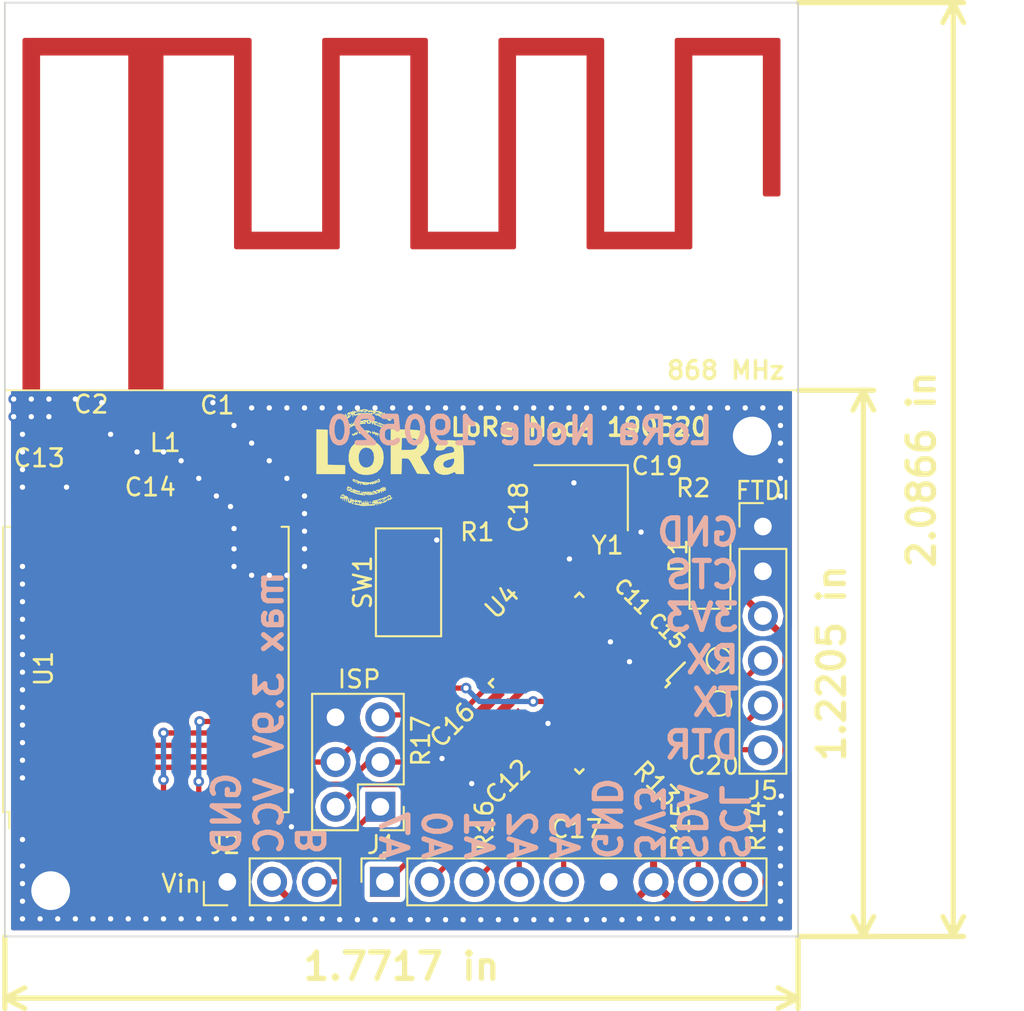
<source format=kicad_pcb>
(kicad_pcb (version 20171130) (host pcbnew "(5.1.2)-1")
  (title_block (date "sam. 04 avril 2015"))
  (layers (0 F.Cu signal) (31 B.Cu signal) (34 B.Paste user) (35 F.Paste user) (36 B.SilkS user hide) (37 F.SilkS user) (38 B.Mask user) (39 F.Mask user hide) (44 Edge.Cuts user))
  (net 0 "")
  (net 1 "/13(SCK)")
  (net 2 "/12(**/MOSI)")
  (net 3 "/11(MISO)")
  (net 4 +3V3)
  (net 5 "Net-(C1-Pad1)")
  (net 6 "Net-(C12-Pad1)")
  (net 7 "Net-(C18-Pad1)")
  (net 8 "Net-(C19-Pad1)")
  (net 9 /RES)
  (net 10 /D1/TX)
  (net 11 /D0/RX)
  (net 12 /D9)
  (net 13 /D7)
  (net 14 /D6)
  (net 15 /SDA)
  (net 16 /SCL)
  (net 17 /D5)
  (net 18 /DTR)
  (net 19 "/10(**/SS)")
  (net 20 /D2)
  (net 21 /D8)
  (net 22 /D4)
  (net 23 /D3)
  (net 24 GND)
  (net 25 /VBAT)
  (net 26 /A6)
  (net 27 /A3)
  (net 28 /A2)
  (net 29 /A1)
  (net 30 /A7)
  (net 31 /A0)
  (net 32 "Net-(D1-Pad2)")
  (module MYLIB:HOPERF_RFM95W_SMD (layer F.Cu) (at 135 103.85 90)
    (fp_text reference U1 (at 0.05 -5.8 90) (layer F.SilkS))
    (fp_text value RFM95W-868S2)
    (pad 16 smd rect (at 8 -7 90) (size 2 1) (layers F.Cu F.Paste F.Mask) (net 13 /D7))
    (pad 15 smd rect (at 8 -5 90) (size 2 1) (layers F.Cu F.Paste F.Mask) (net 14 /D6))
    (pad 14 smd rect (at 8 -3 90) (size 2 1) (layers F.Cu F.Paste F.Mask) (net 17 /D5))
    (pad 13 smd rect (at 8 -1 90) (size 2 1) (layers F.Cu F.Paste F.Mask) (net 4 +3V3))
    (pad 12 smd rect (at 8 1 90) (size 2 1) (layers F.Cu F.Paste F.Mask))
    (pad 11 smd rect (at 8 3 90) (size 2 1) (layers F.Cu F.Paste F.Mask))
    (pad 10 smd rect (at 8 5 90) (size 2 1) (layers F.Cu F.Paste F.Mask) (net 24 GND))
    (pad 9 smd rect (at 8 7 90) (size 2 1) (layers F.Cu F.Paste F.Mask) (net 5 "Net-(C1-Pad1)"))
    (pad 8 smd rect (at -8 7 90) (size 2 1) (layers F.Cu F.Paste F.Mask) (net 24 GND))
    (pad 7 smd rect (at -8 5 90) (size 2 1) (layers F.Cu F.Paste F.Mask))
    (pad 6 smd rect (at -8 3 90) (size 2 1) (layers F.Cu F.Paste F.Mask) (net 12 /D9))
    (pad 5 smd rect (at -8 1 90) (size 2 1) (layers F.Cu F.Paste F.Mask) (net 19 "/10(**/SS)"))
    (pad 4 smd rect (at -8 -1 90) (size 2 1) (layers F.Cu F.Paste F.Mask) (net 1 "/13(SCK)"))
    (pad 3 smd rect (at -8 -3 90) (size 2 1) (layers F.Cu F.Paste F.Mask) (net 3 "/11(MISO)"))
    (pad 2 smd rect (at -8 -5 90) (size 2 1) (layers F.Cu F.Paste F.Mask) (net 2 "/12(**/MOSI)"))
    (pad 1 smd rect (at -8 -7 90) (size 2 1) (layers F.Cu F.Paste F.Mask) (net 24 GND))
  )
  (module Pin_Headers:Pin_Header_Straight_2x03_Pitch2.54mm (layer F.Cu) (at 148.3 111.64 180)
    (fp_text reference J4 hide)
    (fp_text value ISP (at 1.2 7.24 180) (layer F.SilkS))
    (pad 6 thru_hole oval (at 2.54 5.08 180) (size 1.7 1.7) (drill 1) (layers *.Cu *.Mask) (net 24 GND))
    (pad 5 thru_hole oval (at 0 5.08 180) (size 1.7 1.7) (drill 1) (layers *.Cu *.Mask) (net 9 /RES))
    (pad 4 thru_hole oval (at 2.54 2.54 180) (size 1.7 1.7) (drill 1) (layers *.Cu *.Mask) (net 3 "/11(MISO)"))
    (pad 3 thru_hole oval (at 0 2.54 180) (size 1.7 1.7) (drill 1) (layers *.Cu *.Mask) (net 1 "/13(SCK)"))
    (pad 2 thru_hole oval (at 2.54 0 180) (size 1.7 1.7) (drill 1) (layers *.Cu *.Mask) (net 4 +3V3))
    (pad 1 thru_hole rect (at 0 0 180) (size 1.7 1.7) (drill 1) (layers *.Cu *.Mask) (net 2 "/12(**/MOSI)"))
  )
  (module Pin_Headers:Pin_Header_Straight_1x06_Pitch2.54mm (layer F.Cu) (at 170.004 95.734)
    (fp_text reference J5 (at 0 14.986) (layer F.SilkS))
    (fp_text value Conn_01x06)
    (pad 6 thru_hole oval (at 0 12.7) (size 1.7 1.7) (drill 1) (layers *.Cu *.Mask) (net 18 /DTR))
    (pad 5 thru_hole oval (at 0 10.16) (size 1.7 1.7) (drill 1) (layers *.Cu *.Mask) (net 10 /D1/TX))
    (pad 4 thru_hole oval (at 0 7.62) (size 1.7 1.7) (drill 1) (layers *.Cu *.Mask) (net 11 /D0/RX))
    (pad 3 thru_hole oval (at 0 5.08) (size 1.7 1.7) (drill 1) (layers *.Cu *.Mask) (net 4 +3V3))
    (pad 2 thru_hole oval (at 0 2.54) (size 1.7 1.7) (drill 1) (layers *.Cu *.Mask) (net 24 GND))
    (pad 1 thru_hole rect (at 0 0) (size 1.7 1.7) (drill 1) (layers *.Cu *.Mask) (net 24 GND))
  )
  (module Crystals:Crystal_SMD_5032-4pin_5.0x3.2mm (layer F.Cu) (at 159.690432 94.100024 180)
    (fp_text reference Y1 (at -1.509568 -2.699976 180) (layer F.SilkS))
    (fp_text value "8MHz HC5032/4")
    (pad 4 smd rect (at -1.65 -1 180) (size 1.6 1.3) (layers F.Cu F.Paste F.Mask) (net 24 GND))
    (pad 3 smd rect (at 1.65 -1 180) (size 1.6 1.3) (layers F.Cu F.Paste F.Mask) (net 7 "Net-(C18-Pad1)"))
    (pad 2 smd rect (at 1.65 1 180) (size 1.6 1.3) (layers F.Cu F.Paste F.Mask) (net 24 GND))
    (pad 1 smd rect (at -1.65 1 180) (size 1.6 1.3) (layers F.Cu F.Paste F.Mask) (net 8 "Net-(C19-Pad1)"))
  )
  (module Resistor_SMD:R_0603_1608Metric (layer F.Cu) (at 152.784 112.406 90)
    (fp_text reference R16 (at -0.294 1.416 90) (layer F.SilkS))
    (fp_text value 330k)
    (pad 2 smd rect (at 0.799999 0 90) (size 0.82 1) (layers F.Cu F.Paste F.Mask) (net 26 /A6))
    (pad 1 smd rect (at -0.799999 0 90) (size 0.82 1) (layers F.Cu F.Paste F.Mask) (net 25 /VBAT))
  )
  (module Resistor_SMD:R_0603_1608Metric (layer F.Cu) (at 151.2 110.8 90)
    (fp_text reference R17 (at 2.9 -0.6 90) (layer F.SilkS))
    (fp_text value 100k)
    (pad 1 smd rect (at -0.799999 0 90) (size 0.82 1) (layers F.Cu F.Paste F.Mask) (net 26 /A6))
    (pad 2 smd rect (at 0.799999 0 90) (size 0.82 1) (layers F.Cu F.Paste F.Mask) (net 24 GND))
  )
  (module Capacitor_SMD:C_0805_2012Metric (layer F.Cu) (at 162.5 112.9 180)
    (fp_text reference C17 (at 3.048 0 180) (layer F.SilkS))
    (fp_text value 10u)
    (pad 1 smd rect (at -0.88 0 180) (size 1.12 1.4) (layers F.Cu F.Paste F.Mask) (net 4 +3V3))
    (pad 2 smd rect (at 0.88 0 180) (size 1.12 1.4) (layers F.Cu F.Paste F.Mask) (net 24 GND))
  )
  (module TestPoint:TestPoint_Pad_D1.0mm (layer F.Cu) (at 167.5145 103.2905)
    (fp_text reference J9 hide)
    (fp_text value D3)
    (pad 1 smd circle (at 0 0) (size 1 1) (layers F.Cu F.Mask) (net 23 /D3))
  )
  (module Connector_PinHeader_2.54mm:PinHeader_1x03_P2.54mm_Vertical (layer F.Cu) (at 139.62 115.9 90)
    (fp_text reference J2 (at 2.1 -0.12 -180) (layer F.SilkS))
    (fp_text value Conn_01x03)
    (pad 1 thru_hole rect (at 0 0 90) (size 1.7 1.7) (drill 1) (layers *.Cu *.Mask) (net 24 GND))
    (pad 2 thru_hole oval (at 0 2.54 90) (size 1.7 1.7) (drill 1) (layers *.Cu *.Mask) (net 4 +3V3))
    (pad 3 thru_hole oval (at 0 5.08 90) (size 1.7 1.7) (drill 1) (layers *.Cu *.Mask) (net 25 /VBAT))
  )
  (module TestPoint:TestPoint_Pad_D1.0mm (layer F.Cu) (at 167.5145 105.767)
    (fp_text reference J8 hide)
    (fp_text value D2)
    (pad 1 smd circle (at 0 0) (size 1 1) (layers F.Cu F.Mask) (net 20 /D2))
  )
  (module kicad-footprints-master:SMD-PushButton-6x3.6mm (layer F.Cu) (at 149.9 98.9 90)
    (fp_text reference SW1 (at 0 -2.6 90) (layer F.SilkS))
    (fp_text value SW_Push)
    (pad 1 smd rect (at -2.4 0 90) (size 1.5 1.5) (layers F.Cu F.Paste F.Mask) (net 21 /D8))
    (pad 2 smd rect (at 2.4 0 90) (size 1.5 1.5) (layers F.Cu F.Paste F.Mask) (net 24 GND))
  )
  (module Resistor_SMD:R_0603_1608Metric (layer F.Cu) (at 153.8 97.5)
    (fp_text reference R1 (at 0 -1.45) (layer F.SilkS))
    (fp_text value 100k)
    (pad 1 smd rect (at -0.8 0) (size 0.82 1) (layers F.Cu F.Paste F.Mask) (net 4 +3V3))
    (pad 2 smd rect (at 0.8 0) (size 0.82 1) (layers F.Cu F.Paste F.Mask) (net 21 /D8))
  )
  (module kicad-footprints-master:LoRa-Logo-Small (layer F.Cu) (at 149.3 92.2)
    (fp_text reference G*** hide)
    (fp_text value LoRa-Logo-Small hide)
  )
  (module Connector_PinSocket_2.54mm:PinSocket_1x09_P2.54mm_Vertical (layer F.Cu) (at 148.56 115.9 90)
    (fp_text reference J1 (at 2.1 -0.16 180) (layer F.SilkS))
    (fp_text value Conn_01x09)
    (pad 1 thru_hole rect (at 0 0 90) (size 1.7 1.7) (drill 1) (layers *.Cu *.Mask) (net 30 /A7))
    (pad 2 thru_hole oval (at 0 2.54 90) (size 1.7 1.7) (drill 1) (layers *.Cu *.Mask) (net 31 /A0))
    (pad 3 thru_hole oval (at 0 5.08 90) (size 1.7 1.7) (drill 1) (layers *.Cu *.Mask) (net 29 /A1))
    (pad 4 thru_hole oval (at 0 7.62 90) (size 1.7 1.7) (drill 1) (layers *.Cu *.Mask) (net 28 /A2))
    (pad 5 thru_hole oval (at 0 10.16 90) (size 1.7 1.7) (drill 1) (layers *.Cu *.Mask) (net 27 /A3))
    (pad 6 thru_hole oval (at 0 12.7 90) (size 1.7 1.7) (drill 1) (layers *.Cu *.Mask) (net 24 GND))
    (pad 7 thru_hole oval (at 0 15.24 90) (size 1.7 1.7) (drill 1) (layers *.Cu *.Mask) (net 4 +3V3))
    (pad 8 thru_hole oval (at 0 17.78 90) (size 1.7 1.7) (drill 1) (layers *.Cu *.Mask) (net 15 /SDA))
    (pad 9 thru_hole oval (at 0 20.32 90) (size 1.7 1.7) (drill 1) (layers *.Cu *.Mask) (net 16 /SCL))
  )
  (module Resistor_SMD:R_0603_1608Metric (layer F.Cu) (at 166.05 95)
    (fp_text reference R2 (at 0 -1.45) (layer F.SilkS))
    (fp_text value 1k)
    (pad 1 smd rect (at -0.8 0) (size 0.82 1) (layers F.Cu F.Paste F.Mask) (net 4 +3V3))
    (pad 2 smd rect (at 0.8 0) (size 0.82 1) (layers F.Cu F.Paste F.Mask) (net 32 "Net-(D1-Pad2)"))
  )
  (module LED_SMD:LED_1206_3216Metric (layer F.Cu) (at 167 98.1 90)
    (fp_text reference D1 (at 0.7 -1.8 90) (layer F.SilkS))
    (fp_text value LED)
    (pad 1 smd rect (at -1.43 0 90) (size 1.22 1.8) (layers F.Cu F.Paste F.Mask) (net 22 /D4))
    (pad 2 smd rect (at 1.43 0 90) (size 1.22 1.8) (layers F.Cu F.Paste F.Mask) (net 32 "Net-(D1-Pad2)"))
  )
  (module Capacitor_SMD:C_0402_1005Metric (layer F.Cu) (at 137.1 88.75)
    (fp_text reference C1 (at 1.95 0.1) (layer F.SilkS))
    (fp_text value dnp)
    (pad 2 smd rect (at 0.3875 0) (size 0.575 0.65) (layers F.Cu F.Paste F.Mask) (net 24 GND))
    (pad 1 smd rect (at -0.3875 0) (size 0.575 0.65) (layers F.Cu F.Paste F.Mask) (net 5 "Net-(C1-Pad1)"))
  )
  (module Capacitor_SMD:C_0402_1005Metric (layer F.Cu) (at 133.9 88.7 180)
    (fp_text reference C2 (at 2 -0.1 180) (layer F.SilkS))
    (fp_text value dnp)
    (pad 1 smd rect (at -0.3875 0 180) (size 0.575 0.65) (layers F.Cu F.Paste F.Mask) (net 24 GND))
    (pad 2 smd rect (at 0.3875 0 180) (size 0.575 0.65) (layers F.Cu F.Paste F.Mask) (net 24 GND))
  )
  (module Capacitor_SMD:C_0603_1608Metric (layer F.Cu) (at 163.4 98.782 315)
    (fp_text reference C11 (at 0.083439 1.214809 315) (layer F.SilkS) (effects (font (size 0.8 0.8))))
    (fp_text value 100n)
    (pad 1 smd rect (at -0.799999 0 315) (size 0.82 1) (layers F.Cu F.Paste F.Mask) (net 4 +3V3))
    (pad 2 smd rect (at 0.799999 0 315) (size 0.82 1) (layers F.Cu F.Paste F.Mask) (net 24 GND))
  )
  (module Capacitor_SMD:C_0603_1608Metric (layer F.Cu) (at 154.51 109.196 225)
    (fp_text reference C12 (at 0 -1.45 225) (layer F.SilkS))
    (fp_text value 100n)
    (pad 2 smd rect (at 0.799999 0 225) (size 0.82 1) (layers F.Cu F.Paste F.Mask) (net 24 GND))
    (pad 1 smd rect (at -0.799999 0 225) (size 0.82 1) (layers F.Cu F.Paste F.Mask) (net 6 "Net-(C12-Pad1)"))
  )
  (module Capacitor_SMD:C_0805_2012Metric (layer F.Cu) (at 132 91.8 180)
    (fp_text reference C13 (at 3.05 -0.05 180) (layer F.SilkS))
    (fp_text value 10u)
    (pad 1 smd rect (at -0.88 0 180) (size 1.12 1.4) (layers F.Cu F.Paste F.Mask) (net 4 +3V3))
    (pad 2 smd rect (at 0.88 0 180) (size 1.12 1.4) (layers F.Cu F.Paste F.Mask) (net 24 GND))
  )
  (module Capacitor_SMD:C_0603_1608Metric (layer F.Cu) (at 132.3 93.5 180)
    (fp_text reference C14 (at -2.95 0 180) (layer F.SilkS))
    (fp_text value 100n)
    (pad 2 smd rect (at 0.8 0 180) (size 0.82 1) (layers F.Cu F.Paste F.Mask) (net 24 GND))
    (pad 1 smd rect (at -0.8 0 180) (size 0.82 1) (layers F.Cu F.Paste F.Mask) (net 4 +3V3))
  )
  (module Capacitor_SMD:C_0603_1608Metric (layer F.Cu) (at 165.432 100.814 315)
    (fp_text reference C15 (at -0.032527 1.214809 315) (layer F.SilkS) (effects (font (size 0.8 0.8))))
    (fp_text value 100n)
    (pad 2 smd rect (at 0.799999 0 315) (size 0.82 1) (layers F.Cu F.Paste F.Mask) (net 24 GND))
    (pad 1 smd rect (at -0.799999 0 315) (size 0.82 1) (layers F.Cu F.Paste F.Mask) (net 4 +3V3))
  )
  (module Capacitor_SMD:C_0603_1608Metric (layer F.Cu) (at 153.3 108 225)
    (fp_text reference C16 (at -0.070711 1.343503 225) (layer F.SilkS))
    (fp_text value 100n)
    (pad 1 smd rect (at -0.799999 0 225) (size 0.82 1) (layers F.Cu F.Paste F.Mask) (net 4 +3V3))
    (pad 2 smd rect (at 0.799999 0 225) (size 0.82 1) (layers F.Cu F.Paste F.Mask) (net 24 GND))
  )
  (module Capacitor_SMD:C_0603_1608Metric (layer F.Cu) (at 157.504 96.812)
    (fp_text reference C18 (at -1.354 -2.162 90) (layer F.SilkS))
    (fp_text value 12p)
    (pad 2 smd rect (at 0.8 0) (size 0.82 1) (layers F.Cu F.Paste F.Mask) (net 24 GND))
    (pad 1 smd rect (at -0.8 0) (size 0.82 1) (layers F.Cu F.Paste F.Mask) (net 7 "Net-(C18-Pad1)"))
  )
  (module Capacitor_SMD:C_0603_1608Metric (layer F.Cu) (at 163.346 94.526 270)
    (fp_text reference C19 (at -2.226 -0.654) (layer F.SilkS))
    (fp_text value 12p)
    (pad 1 smd rect (at -0.8 0 270) (size 0.82 1) (layers F.Cu F.Paste F.Mask) (net 8 "Net-(C19-Pad1)"))
    (pad 2 smd rect (at 0.8 0 270) (size 0.82 1) (layers F.Cu F.Paste F.Mask) (net 24 GND))
  )
  (module Capacitor_SMD:C_0603_1608Metric (layer F.Cu) (at 166.7 107.9)
    (fp_text reference C20 (at 0.5 1.4) (layer F.SilkS))
    (fp_text value 100n)
    (pad 1 smd rect (at -0.8 0) (size 0.82 1) (layers F.Cu F.Paste F.Mask) (net 9 /RES))
    (pad 2 smd rect (at 0.8 0) (size 0.82 1) (layers F.Cu F.Paste F.Mask) (net 18 /DTR))
  )
  (module Inductor_SMD:L_0402_1005Metric (layer F.Cu) (at 136.1 89.8 180)
    (fp_text reference L1 (at 0 -1.18 180) (layer F.SilkS))
    (fp_text value 0R)
    (pad 2 smd rect (at 0.3875 0 180) (size 0.575 0.65) (layers F.Cu F.Paste F.Mask) (net 24 GND))
    (pad 1 smd rect (at -0.3875 0 180) (size 0.575 0.65) (layers F.Cu F.Paste F.Mask) (net 5 "Net-(C1-Pad1)"))
  )
  (module Resistor_SMD:R_0603_1608Metric (layer F.Cu) (at 164.9745 109.2975 135)
    (fp_text reference R13 (at 0 -1.45 135) (layer F.SilkS))
    (fp_text value 10k)
    (pad 1 smd rect (at -0.799999 0 135) (size 0.82 1) (layers F.Cu F.Paste F.Mask) (net 4 +3V3))
    (pad 2 smd rect (at 0.799999 0 135) (size 0.82 1) (layers F.Cu F.Paste F.Mask) (net 9 /RES))
  )
  (module Resistor_SMD:R_0603_1608Metric (layer F.Cu) (at 168.172495 112.745642 270)
    (fp_text reference R14 (at 0 -1.45 270) (layer F.SilkS))
    (fp_text value 4k7)
    (pad 2 smd rect (at 0.8 0 270) (size 0.82 1) (layers F.Cu F.Paste F.Mask) (net 16 /SCL))
    (pad 1 smd rect (at -0.8 0 270) (size 0.82 1) (layers F.Cu F.Paste F.Mask) (net 4 +3V3))
  )
  (module Resistor_SMD:R_0603_1608Metric (layer F.Cu) (at 166.678495 112.745642 270)
    (fp_text reference R15 (at 0.004358 1.328495 270) (layer F.SilkS))
    (fp_text value 4k7)
    (pad 1 smd rect (at -0.8 0 270) (size 0.82 1) (layers F.Cu F.Paste F.Mask) (net 4 +3V3))
    (pad 2 smd rect (at 0.8 0 270) (size 0.82 1) (layers F.Cu F.Paste F.Mask) (net 15 /SDA))
  )
  (module Package_QFP:TQFP-32_7x7mm_P0.8mm (layer F.Cu) (at 159.59 104.624 225)
    (fp_text reference U4 (at -0.165463 6.373861 225) (layer F.SilkS))
    (fp_text value ATMEGA328P-AU)
    (pad 1 smd rect (at -4.25 -2.8 225) (size 1.6 0.55) (layers F.Cu F.Paste F.Mask) (net 23 /D3))
    (pad 2 smd rect (at -4.25 -2 225) (size 1.6 0.55) (layers F.Cu F.Paste F.Mask) (net 22 /D4))
    (pad 3 smd rect (at -4.25 -1.2 225) (size 1.6 0.55) (layers F.Cu F.Paste F.Mask) (net 24 GND))
    (pad 4 smd rect (at -4.25 -0.4 225) (size 1.6 0.55) (layers F.Cu F.Paste F.Mask) (net 4 +3V3))
    (pad 5 smd rect (at -4.25 0.4 225) (size 1.6 0.55) (layers F.Cu F.Paste F.Mask) (net 24 GND))
    (pad 6 smd rect (at -4.25 1.2 225) (size 1.6 0.55) (layers F.Cu F.Paste F.Mask) (net 4 +3V3))
    (pad 7 smd rect (at -4.25 2 225) (size 1.6 0.55) (layers F.Cu F.Paste F.Mask) (net 8 "Net-(C19-Pad1)"))
    (pad 8 smd rect (at -4.25 2.8 225) (size 1.6 0.55) (layers F.Cu F.Paste F.Mask) (net 7 "Net-(C18-Pad1)"))
    (pad 9 smd rect (at -2.8 4.25 315) (size 1.6 0.55) (layers F.Cu F.Paste F.Mask) (net 17 /D5))
    (pad 10 smd rect (at -2 4.25 315) (size 1.6 0.55) (layers F.Cu F.Paste F.Mask) (net 14 /D6))
    (pad 11 smd rect (at -1.2 4.25 315) (size 1.6 0.55) (layers F.Cu F.Paste F.Mask) (net 13 /D7))
    (pad 12 smd rect (at -0.4 4.25 315) (size 1.6 0.55) (layers F.Cu F.Paste F.Mask) (net 21 /D8))
    (pad 13 smd rect (at 0.4 4.25 315) (size 1.6 0.55) (layers F.Cu F.Paste F.Mask) (net 12 /D9))
    (pad 14 smd rect (at 1.2 4.25 315) (size 1.6 0.55) (layers F.Cu F.Paste F.Mask) (net 19 "/10(**/SS)"))
    (pad 15 smd rect (at 2 4.25 315) (size 1.6 0.55) (layers F.Cu F.Paste F.Mask) (net 3 "/11(MISO)"))
    (pad 16 smd rect (at 2.8 4.25 315) (size 1.6 0.55) (layers F.Cu F.Paste F.Mask) (net 2 "/12(**/MOSI)"))
    (pad 17 smd rect (at 4.25 2.8 225) (size 1.6 0.55) (layers F.Cu F.Paste F.Mask) (net 1 "/13(SCK)"))
    (pad 18 smd rect (at 4.25 2 225) (size 1.6 0.55) (layers F.Cu F.Paste F.Mask) (net 4 +3V3))
    (pad 19 smd rect (at 4.25 1.2 225) (size 1.6 0.55) (layers F.Cu F.Paste F.Mask) (net 26 /A6))
    (pad 20 smd rect (at 4.25 0.4 225) (size 1.6 0.55) (layers F.Cu F.Paste F.Mask) (net 6 "Net-(C12-Pad1)"))
    (pad 21 smd rect (at 4.25 -0.4 225) (size 1.6 0.55) (layers F.Cu F.Paste F.Mask) (net 24 GND))
    (pad 22 smd rect (at 4.25 -1.2 225) (size 1.6 0.55) (layers F.Cu F.Paste F.Mask) (net 30 /A7))
    (pad 23 smd rect (at 4.25 -2 225) (size 1.6 0.55) (layers F.Cu F.Paste F.Mask) (net 31 /A0))
    (pad 24 smd rect (at 4.25 -2.8 225) (size 1.6 0.55) (layers F.Cu F.Paste F.Mask) (net 29 /A1))
    (pad 25 smd rect (at 2.8 -4.25 315) (size 1.6 0.55) (layers F.Cu F.Paste F.Mask) (net 28 /A2))
    (pad 26 smd rect (at 2 -4.25 315) (size 1.6 0.55) (layers F.Cu F.Paste F.Mask) (net 27 /A3))
    (pad 27 smd rect (at 1.2 -4.25 315) (size 1.6 0.55) (layers F.Cu F.Paste F.Mask) (net 15 /SDA))
    (pad 28 smd rect (at 0.4 -4.25 315) (size 1.6 0.55) (layers F.Cu F.Paste F.Mask) (net 16 /SCL))
    (pad 29 smd rect (at -0.4 -4.25 315) (size 1.6 0.55) (layers F.Cu F.Paste F.Mask) (net 9 /RES))
    (pad 30 smd rect (at -1.2 -4.25 315) (size 1.6 0.55) (layers F.Cu F.Paste F.Mask) (net 11 /D0/RX))
    (pad 31 smd rect (at -2 -4.25 315) (size 1.6 0.55) (layers F.Cu F.Paste F.Mask) (net 10 /D1/TX))
    (pad 32 smd rect (at -2.8 -4.25 315) (size 1.6 0.55) (layers F.Cu F.Paste F.Mask) (net 20 /D2))
  )
  (module MountingHole:MountingHole_2.2mm_M2 (layer F.Cu) (at 169.4 90.6)
    (fp_text reference J3 hide)
    (fp_text value Conn_01x01)
    (pad 1 np_thru_hole circle (at 0 0) (size 2.2 2.2) (drill 2.2) (layers *.Cu *.Mask))
  )
  (module MountingHole:MountingHole_2.2mm_M2 (layer F.Cu) (at 129.6 116.4)
    (fp_text reference J6 hide)
    (fp_text value Conn_01x01)
    (pad 1 np_thru_hole circle (at 0 0) (size 2.2 2.2) (drill 2.2) (layers *.Cu *.Mask))
  )
  (gr_text "SCL\nSDA\n3V3\nGND\nA3\nA2\nA1\nA0\nA7" (at 158.7 114.8 270) (layer B.SilkS) (effects (font (size 1.5 1.5) (thickness 0.3)) (justify left mirror)))
  (gr_text Vin (at 137 116) (layer F.SilkS) (effects (font (size 1 1))))
  (gr_text "LoRa Node 190520" (at 156.2 90.3) (layer B.SilkS) (effects (font (size 1.5 1.5) (thickness 0.3)) (justify mirror)))
  (gr_text "LoRa Node 190520" (at 159.6 90.1) (layer F.SilkS) (effects (font (size 1 1) (thickness 0.2))))
  (gr_text "868 MHz" (at 167.894 86.868) (layer F.SilkS) (effects (font (size 1 1) (thickness 0.2))))
  (gr_text "GND\nmax 3.9V VCC\nB" (at 142 114.5 90) (layer B.SilkS) (effects (font (size 1.5 1.5) (thickness 0.3)) (justify right mirror)))
  (gr_text "GND\nCTS\n3V3\nRX\nTX\nDTR" (at 168.8 102.1) (layer B.SilkS) (effects (font (size 1.5 1.5) (thickness 0.3)) (justify left mirror)))
  (dimension 53 (width 0.3) (layer F.SilkS) (gr_text "53.000 mm" (at 182.9 92.5 90) (layer F.SilkS) (effects (font (size 1.5 1.5) (thickness 0.3)))) (feature1 (pts (xy 172 66) (xy 181.386421 66))) (feature2 (pts (xy 172 119) (xy 181.386421 119))) (crossbar (pts (xy 180.8 119) (xy 180.8 66))) (arrow1a (pts (xy 180.8 66) (xy 181.386421 67.126504))) (arrow1b (pts (xy 180.8 66) (xy 180.213579 67.126504))) (arrow2a (pts (xy 180.8 119) (xy 181.386421 117.873496))) (arrow2b (pts (xy 180.8 119) (xy 180.213579 117.873496))))
  (dimension 31 (width 0.3) (layer F.SilkS) (gr_text "31.000 mm" (at 177.8 103.5 90) (layer F.SilkS) (effects (font (size 1.5 1.5) (thickness 0.3)))) (feature1 (pts (xy 172 88) (xy 176.286421 88))) (feature2 (pts (xy 172 119) (xy 176.286421 119))) (crossbar (pts (xy 175.7 119) (xy 175.7 88))) (arrow1a (pts (xy 175.7 88) (xy 176.286421 89.126504))) (arrow1b (pts (xy 175.7 88) (xy 175.113579 89.126504))) (arrow2a (pts (xy 175.7 119) (xy 176.286421 117.873496))) (arrow2b (pts (xy 175.7 119) (xy 175.113579 117.873496))))
  (dimension 45 (width 0.3) (layer F.SilkS) (gr_text "45.000 mm" (at 149.5 124.599999) (layer F.SilkS) (effects (font (size 1.5 1.5) (thickness 0.3)))) (feature1 (pts (xy 172 119) (xy 172 123.08642))) (feature2 (pts (xy 127 119) (xy 127 123.08642))) (crossbar (pts (xy 127 122.499999) (xy 172 122.499999))) (arrow1a (pts (xy 172 122.499999) (xy 170.873496 123.08642))) (arrow1b (pts (xy 172 122.499999) (xy 170.873496 121.913578))) (arrow2a (pts (xy 127 122.499999) (xy 128.126504 123.08642))) (arrow2b (pts (xy 127 122.499999) (xy 128.126504 121.913578))))
  (gr_line (start 127 88) (end 172 88) (layer F.SilkS) (width 0.1))
  (gr_line (start 127 66) (end 127 119) (layer Edge.Cuts) (width 0.1))
  (gr_line (start 172 66) (end 127 66) (layer Edge.Cuts) (width 0.1))
  (gr_line (start 172 119) (end 172 66) (layer Edge.Cuts) (width 0.1))
  (gr_line (start 127 119) (end 172 119) (layer Edge.Cuts) (width 0.1))
  (gr_text FTDI (at 170 93.7) (layer F.SilkS) (effects (font (size 1 1))))
  (segment (start 134 110.3) (end 134.9 109.4) (width 0.3) (layer F.Cu) (net 1))
  (segment (start 147.610023 109.1) (end 148.3 109.1) (width 0.3) (layer F.Cu) (net 1))
  (segment (start 134.9 109.4) (end 143.8 109.4) (width 0.3) (layer F.Cu) (net 1))
  (segment (start 143.8 109.4) (end 144.760001 110.360001) (width 0.3) (layer F.Cu) (net 1))
  (segment (start 144.760001 110.360001) (end 146.350022 110.360001) (width 0.3) (layer F.Cu) (net 1))
  (segment (start 134 111.85) (end 134 110.3) (width 0.3) (layer F.Cu) (net 1))
  (segment (start 146.350022 110.360001) (end 147.610023 109.1) (width 0.3) (layer F.Cu) (net 1))
  (segment (start 149.7 109.1) (end 148.3 109.1) (width 0.3) (layer F.Cu) (net 1))
  (segment (start 152.1 106.7) (end 149.7 109.1) (width 0.3) (layer F.Cu) (net 1))
  (segment (start 153.35 106.7) (end 152.1 106.7) (width 0.3) (layer F.Cu) (net 1))
  (segment (start 154.604897 105.649305) (end 154.400695 105.649305) (width 0.3) (layer F.Cu) (net 1))
  (segment (start 154.400695 105.649305) (end 153.35 106.7) (width 0.3) (layer F.Cu) (net 1))
  (segment (start 148.3 111.796) (end 148.3 111.64) (width 0.3) (layer F.Cu) (net 2))
  (segment (start 148.16 111.64) (end 148.3 111.64) (width 0.3) (layer F.Cu) (net 2))
  (segment (start 146 113.8) (end 148.16 111.64) (width 0.3) (layer F.Cu) (net 2))
  (segment (start 131.3 113.8) (end 146 113.8) (width 0.3) (layer F.Cu) (net 2))
  (segment (start 130 111.85) (end 130 112.5) (width 0.3) (layer F.Cu) (net 2))
  (segment (start 130 112.5) (end 131.3 113.8) (width 0.3) (layer F.Cu) (net 2))
  (segment (start 133.049999 108.150001) (end 130 111.2) (width 0.3) (layer F.Cu) (net 2))
  (segment (start 145.3 105) (end 142.149999 108.150001) (width 0.3) (layer F.Cu) (net 2))
  (segment (start 130 111.2) (end 130 111.85) (width 0.3) (layer F.Cu) (net 2))
  (segment (start 154.406202 103.4) (end 153.2 103.4) (width 0.3) (layer F.Cu) (net 2))
  (segment (start 154.604897 103.598695) (end 154.406202 103.4) (width 0.3) (layer F.Cu) (net 2))
  (segment (start 142.149999 108.150001) (end 133.049999 108.150001) (width 0.3) (layer F.Cu) (net 2))
  (segment (start 153.2 103.4) (end 152.46 104.14) (width 0.3) (layer F.Cu) (net 2))
  (segment (start 152.46 104.14) (end 151.384 104.14) (width 0.3) (layer F.Cu) (net 2))
  (segment (start 151.384 104.14) (end 150.524 105) (width 0.3) (layer F.Cu) (net 2))
  (segment (start 150.524 105) (end 145.3 105) (width 0.3) (layer F.Cu) (net 2))
  (segment (start 132 110.3) (end 132 111.85) (width 0.3) (layer F.Cu) (net 3))
  (segment (start 133.5 108.8) (end 132 110.3) (width 0.3) (layer F.Cu) (net 3))
  (segment (start 144.257919 108.8) (end 133.5 108.8) (width 0.3) (layer F.Cu) (net 3))
  (segment (start 145.76 109.1) (end 144.557919 109.1) (width 0.3) (layer F.Cu) (net 3))
  (segment (start 144.557919 109.1) (end 144.257919 108.8) (width 0.3) (layer F.Cu) (net 3))
  (segment (start 155.806978 103.669405) (end 155.806978 104.085822) (width 0.3) (layer F.Cu) (net 3))
  (segment (start 155.170583 103.03301) (end 155.806978 103.669405) (width 0.3) (layer F.Cu) (net 3))
  (segment (start 150.01 107.8) (end 147.06 107.8) (width 0.3) (layer F.Cu) (net 3))
  (segment (start 155.806978 104.085822) (end 155.268955 104.623845) (width 0.3) (layer F.Cu) (net 3))
  (segment (start 151.892 105.918) (end 150.01 107.8) (width 0.3) (layer F.Cu) (net 3))
  (segment (start 155.268955 104.623845) (end 154.576155 104.623845) (width 0.3) (layer F.Cu) (net 3))
  (segment (start 154.576155 104.623845) (end 153.282 105.918) (width 0.3) (layer F.Cu) (net 3))
  (segment (start 147.06 107.8) (end 145.76 109.1) (width 0.3) (layer F.Cu) (net 3))
  (segment (start 153.282 105.918) (end 151.892 105.918) (width 0.3) (layer F.Cu) (net 3))
  (segment (start 164.90167 100.28367) (end 164.94633 100.28367) (width 0.4) (layer F.Cu) (net 4))
  (segment (start 161.640625 100.770268) (end 161.746676 100.770268) (width 0.3) (layer F.Cu) (net 4))
  (segment (start 162.86967 99.647274) (end 162.86967 98.25167) (width 0.4) (layer F.Cu) (net 4))
  (segment (start 161.746676 100.770268) (end 162.86967 99.647274) (width 0.4) (layer F.Cu) (net 4))
  (segment (start 153.915903 107.46967) (end 155.170583 106.21499) (width 0.3) (layer F.Cu) (net 4))
  (segment (start 153.83033 107.46967) (end 153.915903 107.46967) (width 0.3) (layer F.Cu) (net 4))
  (segment (start 168.172495 111.995642) (end 166.678495 111.995642) (width 0.3) (layer F.Cu) (net 4))
  (segment (start 166.678495 111.001495) (end 165.50483 109.82783) (width 0.3) (layer F.Cu) (net 4))
  (segment (start 166.678495 111.995642) (end 166.678495 111.001495) (width 0.3) (layer F.Cu) (net 4))
  (segment (start 153.2 107.46967) (end 153.83033 107.46967) (width 0.3) (layer F.Cu) (net 4))
  (segment (start 152.23033 107.46967) (end 153.2 107.46967) (width 0.3) (layer F.Cu) (net 4))
  (segment (start 149.320001 110.379999) (end 152.23033 107.46967) (width 0.3) (layer F.Cu) (net 4))
  (segment (start 147.136777 110.379999) (end 149.320001 110.379999) (width 0.3) (layer F.Cu) (net 4))
  (segment (start 145.76 111.64) (end 145.876776 111.64) (width 0.3) (layer F.Cu) (net 4))
  (segment (start 145.876776 111.64) (end 147.136777 110.379999) (width 0.3) (layer F.Cu) (net 4))
  (segment (start 161.749904 103.029782) (end 160.993734 103.029782) (width 0.3) (layer F.Cu) (net 4))
  (segment (start 160.603734 102.639782) (end 160.603734 101.807159) (width 0.3) (layer F.Cu) (net 4))
  (segment (start 160.993734 103.029782) (end 160.603734 102.639782) (width 0.3) (layer F.Cu) (net 4))
  (segment (start 162.878047 101.901639) (end 161.749904 103.029782) (width 0.3) (layer F.Cu) (net 4))
  (segment (start 164.496016 100.28367) (end 164.90167 100.28367) (width 0.4) (layer F.Cu) (net 4))
  (segment (start 162.878047 101.901639) (end 164.496016 100.28367) (width 0.4) (layer F.Cu) (net 4))
  (segment (start 134 98.9) (end 134 95.85) (width 0.4) (layer F.Cu) (net 4))
  (segment (start 152.19 97.5) (end 151.760044 97.929956) (width 0.4) (layer F.Cu) (net 4))
  (segment (start 153 97.5) (end 152.19 97.5) (width 0.4) (layer F.Cu) (net 4))
  (segment (start 147.670044 97.929956) (end 145 100.6) (width 0.4) (layer F.Cu) (net 4))
  (segment (start 151.760044 97.929956) (end 147.670044 97.929956) (width 0.4) (layer F.Cu) (net 4))
  (segment (start 145 100.6) (end 135.7 100.6) (width 0.4) (layer F.Cu) (net 4))
  (segment (start 135.7 100.6) (end 134 98.9) (width 0.4) (layer F.Cu) (net 4))
  (segment (start 143.510001 117.250001) (end 142.16 115.9) (width 0.4) (layer F.Cu) (net 4))
  (segment (start 162.449999 117.250001) (end 143.510001 117.250001) (width 0.4) (layer F.Cu) (net 4))
  (segment (start 163.8 115.9) (end 162.449999 117.250001) (width 0.4) (layer F.Cu) (net 4))
  (segment (start 163.38 114.18) (end 163.38 112.9) (width 0.4) (layer F.Cu) (net 4))
  (segment (start 163.8 115.9) (end 163.8 114.6) (width 0.4) (layer F.Cu) (net 4))
  (segment (start 163.8 114.6) (end 163.38 114.18) (width 0.4) (layer F.Cu) (net 4))
  (segment (start 168.895642 111.995642) (end 168.172495 111.995642) (width 0.4) (layer F.Cu) (net 4))
  (segment (start 170.180001 113.280001) (end 168.895642 111.995642) (width 0.4) (layer F.Cu) (net 4))
  (segment (start 170.180001 116.524001) (end 170.180001 113.280001) (width 0.4) (layer F.Cu) (net 4))
  (segment (start 169.504001 117.200001) (end 170.180001 116.524001) (width 0.4) (layer F.Cu) (net 4))
  (segment (start 163.8 115.9) (end 165.100001 117.200001) (width 0.4) (layer F.Cu) (net 4))
  (segment (start 165.100001 117.200001) (end 169.504001 117.200001) (width 0.4) (layer F.Cu) (net 4))
  (segment (start 170.853999 101.663999) (end 170.004 100.814) (width 0.4) (layer F.Cu) (net 4))
  (segment (start 168.172495 111.327505) (end 169.5 110) (width 0.4) (layer F.Cu) (net 4))
  (segment (start 168.172495 111.995642) (end 168.172495 111.327505) (width 0.4) (layer F.Cu) (net 4))
  (segment (start 169.5 110) (end 170.362002 110) (width 0.4) (layer F.Cu) (net 4))
  (segment (start 171.304001 109.058001) (end 171.304001 102.114001) (width 0.4) (layer F.Cu) (net 4))
  (segment (start 170.362002 110) (end 171.304001 109.058001) (width 0.4) (layer F.Cu) (net 4))
  (segment (start 171.304001 102.114001) (end 170.853999 101.663999) (width 0.4) (layer F.Cu) (net 4))
  (segment (start 161.711335 100.770268) (end 161.746676 100.770268) (width 0.4) (layer F.Cu) (net 4))
  (segment (start 159.555573 101.83) (end 160.651603 101.83) (width 0.4) (layer F.Cu) (net 4))
  (segment (start 160.651603 101.83) (end 161.711335 100.770268) (width 0.4) (layer F.Cu) (net 4))
  (segment (start 155.170583 106.21499) (end 159.555573 101.83) (width 0.4) (layer F.Cu) (net 4))
  (segment (start 168.5 99.31) (end 170.004 100.814) (width 0.4) (layer F.Cu) (net 4))
  (segment (start 168.5 98.709998) (end 168.5 99.31) (width 0.4) (layer F.Cu) (net 4))
  (segment (start 167.840002 98.05) (end 168.5 98.709998) (width 0.4) (layer F.Cu) (net 4))
  (segment (start 165.95 98.05) (end 167.840002 98.05) (width 0.4) (layer F.Cu) (net 4))
  (segment (start 165.25 95) (end 165.25 97.35) (width 0.4) (layer F.Cu) (net 4))
  (segment (start 165.25 97.35) (end 165.95 98.05) (width 0.4) (layer F.Cu) (net 4))
  (segment (start 153 95.790454) (end 153 97.5) (width 0.4) (layer F.Cu) (net 4))
  (segment (start 157.090454 91.7) (end 153 95.790454) (width 0.4) (layer F.Cu) (net 4))
  (segment (start 163.15 91.7) (end 157.090454 91.7) (width 0.4) (layer F.Cu) (net 4))
  (segment (start 165.25 95) (end 165.25 93.8) (width 0.4) (layer F.Cu) (net 4))
  (segment (start 165.25 93.8) (end 163.15 91.7) (width 0.4) (layer F.Cu) (net 4))
  (segment (start 163.514142 98.216315) (end 162.834315 98.216315) (width 0.4) (layer F.Cu) (net 4))
  (segment (start 164.177835 98.216315) (end 163.514142 98.216315) (width 0.4) (layer F.Cu) (net 4))
  (segment (start 165.290578 99.824052) (end 165.290578 99.329058) (width 0.4) (layer F.Cu) (net 4))
  (segment (start 164.866315 100.248315) (end 165.290578 99.824052) (width 0.4) (layer F.Cu) (net 4))
  (segment (start 165.95 98.08848) (end 165 99.03848) (width 0.4) (layer F.Cu) (net 4))
  (segment (start 165.95 98.05) (end 165.95 98.08848) (width 0.4) (layer F.Cu) (net 4))
  (segment (start 165.290578 99.329058) (end 165 99.03848) (width 0.4) (layer F.Cu) (net 4))
  (segment (start 165 99.03848) (end 164.177835 98.216315) (width 0.4) (layer F.Cu) (net 4))
  (segment (start 133.05 91.85) (end 133 91.8) (width 0.4) (layer F.Cu) (net 4))
  (segment (start 133.05 93.25) (end 133.05 91.85) (width 0.4) (layer F.Cu) (net 4))
  (segment (start 134 95.85) (end 134 94.2) (width 0.4) (layer F.Cu) (net 4))
  (segment (start 134 94.2) (end 133.05 93.25) (width 0.4) (layer F.Cu) (net 4))
  (segment (start 142 95.85) (end 142 94.4) (width 1.2) (layer F.Cu) (net 5))
  (segment (start 142 94.4) (end 137.7 90.1) (width 1.2) (layer F.Cu) (net 5))
  (segment (start 136.65 88.9) (end 136.85 88.7) (width 0.2) (layer F.Cu) (net 5))
  (segment (start 136.65 89.866) (end 136.65 88.9) (width 0.2) (layer F.Cu) (net 5))
  (segment (start 137.466 89.866) (end 136.75 89.866) (width 0.2) (layer F.Cu) (net 5))
  (segment (start 137.7 90.1) (end 137.466 89.866) (width 0.2) (layer F.Cu) (net 5))
  (segment (start 155.04033 108.66567) (end 155.04033 108.607984) (width 0.3) (layer F.Cu) (net 6))
  (segment (start 155.04033 108.607984) (end 156.301953 107.346361) (width 0.3) (layer F.Cu) (net 6))
  (segment (start 156.754 96.292) (end 157.945976 95.100024) (width 0.3) (layer F.Cu) (net 7))
  (segment (start 156.754 96.812) (end 156.754 96.292) (width 0.3) (layer F.Cu) (net 7))
  (segment (start 157.945976 95.100024) (end 158.040432 95.100024) (width 0.3) (layer F.Cu) (net 7))
  (segment (start 158.190432 95.100024) (end 158.040432 95.100024) (width 0.3) (layer F.Cu) (net 7))
  (segment (start 161.1 98.009592) (end 158.190432 95.100024) (width 0.3) (layer F.Cu) (net 7))
  (segment (start 160.615305 99.638897) (end 161.1 99.154202) (width 0.3) (layer F.Cu) (net 7))
  (segment (start 161.1 99.154202) (end 161.1 98.009592) (width 0.3) (layer F.Cu) (net 7))
  (segment (start 163.08 93.51) (end 161.750408 93.51) (width 0.3) (layer F.Cu) (net 8))
  (segment (start 163.346 93.776) (end 163.08 93.51) (width 0.3) (layer F.Cu) (net 8))
  (segment (start 161.750408 93.51) (end 161.340432 93.100024) (width 0.3) (layer F.Cu) (net 8))
  (segment (start 161.825455 97.845049) (end 160 96.019594) (width 0.3) (layer F.Cu) (net 8))
  (segment (start 161.18099 100.204583) (end 161.825455 99.560118) (width 0.3) (layer F.Cu) (net 8))
  (segment (start 161.825455 99.560118) (end 161.825455 97.845049) (width 0.3) (layer F.Cu) (net 8))
  (segment (start 161.190432 93.100024) (end 161.340432 93.100024) (width 0.3) (layer F.Cu) (net 8))
  (segment (start 160 94.290456) (end 161.190432 93.100024) (width 0.3) (layer F.Cu) (net 8))
  (segment (start 160 96.019594) (end 160 94.290456) (width 0.3) (layer F.Cu) (net 8))
  (segment (start 164.298856 108.76717) (end 162.878047 107.346361) (width 0.3) (layer F.Cu) (net 9))
  (segment (start 164.44417 108.76717) (end 164.298856 108.76717) (width 0.3) (layer F.Cu) (net 9))
  (via (at 156.97201 105.664) (size 0.6) (drill 0.3) (layers F.Cu B.Cu) (net 9))
  (segment (start 162.878047 107.346361) (end 161.195686 105.664) (width 0.3) (layer F.Cu) (net 9))
  (segment (start 161.195686 105.664) (end 157.396274 105.664) (width 0.3) (layer F.Cu) (net 9))
  (segment (start 157.396274 105.664) (end 156.97201 105.664) (width 0.3) (layer F.Cu) (net 9))
  (segment (start 156.97201 105.664) (end 153.924 105.664) (width 0.3) (layer B.Cu) (net 9))
  (segment (start 153.924 105.664) (end 153.461999 105.201999) (width 0.3) (layer B.Cu) (net 9))
  (segment (start 153.461999 105.201999) (end 153.162 104.902) (width 0.3) (layer B.Cu) (net 9))
  (via (at 153.162 104.902) (size 0.6) (drill 0.3) (layers F.Cu B.Cu) (net 9))
  (segment (start 151.6888 104.902) (end 153.162 104.902) (width 0.3) (layer F.Cu) (net 9))
  (segment (start 150.1648 106.426) (end 151.6888 104.902) (width 0.3) (layer F.Cu) (net 9))
  (segment (start 148.336 106.426) (end 150.1648 106.426) (width 0.3) (layer F.Cu) (net 9))
  (segment (start 148.3 106.56) (end 148.3 106.462) (width 0.3) (layer F.Cu) (net 9))
  (segment (start 148.3 106.462) (end 148.336 106.426) (width 0.3) (layer F.Cu) (net 9))
  (segment (start 165.3 107.9) (end 165.95 107.9) (width 0.3) (layer F.Cu) (net 9))
  (segment (start 164.44417 108.76717) (end 164.44417 108.75583) (width 0.3) (layer F.Cu) (net 9))
  (segment (start 164.44417 108.75583) (end 165.3 107.9) (width 0.3) (layer F.Cu) (net 9))
  (segment (start 169.154001 106.743999) (end 170.004 105.894) (width 0.3) (layer F.Cu) (net 10))
  (segment (start 164.645812 106.851385) (end 169.046615 106.851385) (width 0.3) (layer F.Cu) (net 10))
  (segment (start 164.009417 106.21499) (end 164.645812 106.851385) (width 0.3) (layer F.Cu) (net 10))
  (segment (start 169.046615 106.851385) (end 169.154001 106.743999) (width 0.3) (layer F.Cu) (net 10))
  (segment (start 162.807337 106.144281) (end 163.443732 106.780676) (width 0.3) (layer F.Cu) (net 11))
  (segment (start 170.004 103.354) (end 168.749155 104.608845) (width 0.3) (layer F.Cu) (net 11))
  (segment (start 162.807337 105.597663) (end 162.807337 106.144281) (width 0.3) (layer F.Cu) (net 11))
  (segment (start 168.733845 104.624155) (end 168.749155 104.608845) (width 0.3) (layer F.Cu) (net 11))
  (segment (start 163.780845 104.624155) (end 168.733845 104.624155) (width 0.3) (layer F.Cu) (net 11))
  (segment (start 162.807337 105.597663) (end 163.780845 104.624155) (width 0.3) (layer F.Cu) (net 11))
  (segment (start 137.958331 111.808331) (end 138 111.85) (width 0.3) (layer F.Cu) (net 12))
  (segment (start 138 112.5) (end 138 111.85) (width 0.3) (layer F.Cu) (net 12))
  (via (at 138 110.2) (size 0.6) (drill 0.3) (layers F.Cu B.Cu) (net 12))
  (segment (start 138 111.85) (end 138 110.2) (width 0.3) (layer F.Cu) (net 12))
  (via (at 138.049 106.799981) (size 0.6) (drill 0.3) (layers F.Cu B.Cu) (net 12))
  (segment (start 138 106.848981) (end 138.049 106.799981) (width 0.3) (layer B.Cu) (net 12))
  (segment (start 138 110.2) (end 138 106.848981) (width 0.3) (layer B.Cu) (net 12))
  (segment (start 138.049019 106.8) (end 138.049 106.799981) (width 0.3) (layer F.Cu) (net 12))
  (segment (start 144.6 103.5) (end 141.3 106.8) (width 0.3) (layer F.Cu) (net 12))
  (segment (start 155.665558 101.265244) (end 153.134756 101.265244) (width 0.3) (layer F.Cu) (net 12))
  (segment (start 156.301953 101.901639) (end 155.665558 101.265244) (width 0.3) (layer F.Cu) (net 12))
  (segment (start 153.134756 101.265244) (end 151.784 102.616) (width 0.3) (layer F.Cu) (net 12))
  (segment (start 151.784 102.616) (end 150.684 102.616) (width 0.3) (layer F.Cu) (net 12))
  (segment (start 141.3 106.8) (end 138.049019 106.8) (width 0.3) (layer F.Cu) (net 12))
  (segment (start 150.684 102.616) (end 149.8 103.5) (width 0.3) (layer F.Cu) (net 12))
  (segment (start 149.8 103.5) (end 144.6 103.5) (width 0.3) (layer F.Cu) (net 12))
  (segment (start 128 96.5) (end 128 95.85) (width 0.3) (layer F.Cu) (net 13))
  (segment (start 134.3 102.8) (end 128 96.5) (width 0.3) (layer F.Cu) (net 13))
  (segment (start 146 102.8) (end 134.3 102.8) (width 0.3) (layer F.Cu) (net 13))
  (segment (start 157.433324 100.770268) (end 156.796929 100.133873) (width 0.3) (layer F.Cu) (net 13))
  (segment (start 156.796929 100.133873) (end 148.666127 100.133873) (width 0.3) (layer F.Cu) (net 13))
  (segment (start 148.666127 100.133873) (end 146 102.8) (width 0.3) (layer F.Cu) (net 13))
  (segment (start 130 97.4) (end 130 95.85) (width 0.3) (layer F.Cu) (net 14))
  (segment (start 134.7 102.1) (end 130 97.4) (width 0.3) (layer F.Cu) (net 14))
  (segment (start 145.7 102.1) (end 134.7 102.1) (width 0.3) (layer F.Cu) (net 14))
  (segment (start 148.4 99.4) (end 145.7 102.1) (width 0.3) (layer F.Cu) (net 14))
  (segment (start 157.99901 100.204583) (end 157.194427 99.4) (width 0.3) (layer F.Cu) (net 14))
  (segment (start 157.194427 99.4) (end 148.4 99.4) (width 0.3) (layer F.Cu) (net 14))
  (segment (start 165.928495 113.495642) (end 166.678495 113.495642) (width 0.3) (layer F.Cu) (net 15))
  (segment (start 165 112.567147) (end 165.928495 113.495642) (width 0.3) (layer F.Cu) (net 15))
  (segment (start 161.746676 108.477732) (end 165 111.731056) (width 0.3) (layer F.Cu) (net 15))
  (segment (start 165 111.731056) (end 165 112.567147) (width 0.3) (layer F.Cu) (net 15))
  (segment (start 166.678495 114.359424) (end 166.678495 113.495642) (width 0.3) (layer F.Cu) (net 15))
  (segment (start 166.34 115.9) (end 166.34 114.697919) (width 0.3) (layer F.Cu) (net 15))
  (segment (start 166.34 114.697919) (end 166.678495 114.359424) (width 0.3) (layer F.Cu) (net 15))
  (segment (start 167.972495 113.495642) (end 168.172495 113.495642) (width 0.3) (layer F.Cu) (net 16))
  (segment (start 168.172495 114.072495) (end 168.172495 113.495642) (width 0.3) (layer F.Cu) (net 16))
  (segment (start 168.9 114.8) (end 168.172495 114.072495) (width 0.3) (layer F.Cu) (net 16))
  (segment (start 168.88 115.9) (end 168.9 115.88) (width 0.3) (layer F.Cu) (net 16))
  (segment (start 168.9 115.88) (end 168.9 114.8) (width 0.3) (layer F.Cu) (net 16))
  (segment (start 165.6 111.199686) (end 162.312361 107.912047) (width 0.3) (layer F.Cu) (net 16))
  (segment (start 165.6 112.337149) (end 165.6 111.199686) (width 0.3) (layer F.Cu) (net 16))
  (segment (start 165.968494 112.705643) (end 165.6 112.337149) (width 0.3) (layer F.Cu) (net 16))
  (segment (start 167.9 112.705643) (end 165.968494 112.705643) (width 0.3) (layer F.Cu) (net 16))
  (segment (start 168.172495 113.545642) (end 168.172495 112.978138) (width 0.3) (layer F.Cu) (net 16))
  (segment (start 168.172495 112.978138) (end 167.9 112.705643) (width 0.3) (layer F.Cu) (net 16))
  (segment (start 132 97.4) (end 132 95.85) (width 0.3) (layer F.Cu) (net 17))
  (segment (start 157.625798 98.7) (end 148.1 98.7) (width 0.3) (layer F.Cu) (net 17))
  (segment (start 158.564695 99.638897) (end 157.625798 98.7) (width 0.3) (layer F.Cu) (net 17))
  (segment (start 148.1 98.7) (end 145.4 101.4) (width 0.3) (layer F.Cu) (net 17))
  (segment (start 145.4 101.4) (end 135.1 101.4) (width 0.3) (layer F.Cu) (net 17))
  (segment (start 135.1 101.4) (end 132 98.3) (width 0.3) (layer F.Cu) (net 17))
  (segment (start 132 98.3) (end 132 97.4) (width 0.3) (layer F.Cu) (net 17))
  (segment (start 169.97 108.4) (end 170.004 108.434) (width 0.3) (layer F.Cu) (net 18))
  (segment (start 167.45 107.9) (end 167.95 108.4) (width 0.3) (layer F.Cu) (net 18))
  (segment (start 167.95 108.4) (end 169.97 108.4) (width 0.3) (layer F.Cu) (net 18))
  (via (at 136 107.449991) (size 0.6) (drill 0.3) (layers F.Cu B.Cu) (net 19))
  (segment (start 136 111.85) (end 136 110.11001) (width 0.3) (layer F.Cu) (net 19))
  (segment (start 136 107.449991) (end 136 110.11001) (width 0.3) (layer B.Cu) (net 19))
  (via (at 136 110.11001) (size 0.6) (drill 0.3) (layers F.Cu B.Cu) (net 19))
  (segment (start 151.022 103.378) (end 150.2 104.2) (width 0.3) (layer F.Cu) (net 19))
  (segment (start 152.122 103.378) (end 151.022 103.378) (width 0.3) (layer F.Cu) (net 19))
  (segment (start 136.424264 107.449991) (end 136 107.449991) (width 0.3) (layer F.Cu) (net 19))
  (segment (start 141.750009 107.449991) (end 136.424264 107.449991) (width 0.3) (layer F.Cu) (net 19))
  (segment (start 145 104.2) (end 141.750009 107.449991) (width 0.3) (layer F.Cu) (net 19))
  (segment (start 155.736268 102.467324) (end 155.099873 101.830929) (width 0.3) (layer F.Cu) (net 19))
  (segment (start 155.099873 101.830929) (end 153.669071 101.830929) (width 0.3) (layer F.Cu) (net 19))
  (segment (start 153.669071 101.830929) (end 152.122 103.378) (width 0.3) (layer F.Cu) (net 19))
  (segment (start 150.2 104.2) (end 145 104.2) (width 0.3) (layer F.Cu) (net 19))
  (segment (start 164.927408 105.297) (end 167.0445 105.297) (width 0.3) (layer F.Cu) (net 20))
  (segment (start 164.575103 105.649305) (end 164.927408 105.297) (width 0.3) (layer F.Cu) (net 20))
  (segment (start 167.0445 105.297) (end 167.5145 105.767) (width 0.3) (layer F.Cu) (net 20))
  (segment (start 150.95 101.3) (end 149.9 101.3) (width 0.3) (layer F.Cu) (net 21))
  (segment (start 151.550442 100.699558) (end 150.95 101.3) (width 0.3) (layer F.Cu) (net 21))
  (segment (start 156.231244 100.699558) (end 151.550442 100.699558) (width 0.3) (layer F.Cu) (net 21))
  (segment (start 156.867639 101.335953) (end 156.231244 100.699558) (width 0.3) (layer F.Cu) (net 21))
  (segment (start 157.512104 101.980418) (end 158.189242 101.980418) (width 0.3) (layer F.Cu) (net 21))
  (segment (start 156.867639 101.335953) (end 157.512104 101.980418) (width 0.3) (layer F.Cu) (net 21))
  (segment (start 158.189242 101.980418) (end 159.584845 100.584815) (width 0.3) (layer F.Cu) (net 21))
  (segment (start 159.584845 99.633727) (end 159.584845 99.674845) (width 0.3) (layer F.Cu) (net 21))
  (segment (start 159.584845 100.584815) (end 159.584845 100.386529) (width 0.3) (layer F.Cu) (net 21))
  (segment (start 159.584845 100.386529) (end 159.584845 99.633727) (width 0.3) (layer F.Cu) (net 21))
  (segment (start 159.584845 99.184845) (end 159.584845 99.633727) (width 0.3) (layer F.Cu) (net 21))
  (segment (start 158.3 97.9) (end 159.584845 99.184845) (width 0.3) (layer F.Cu) (net 21))
  (segment (start 155.31 97.5) (end 154.6 97.5) (width 0.3) (layer F.Cu) (net 21))
  (segment (start 155.71 97.9) (end 155.31 97.5) (width 0.3) (layer F.Cu) (net 21))
  (segment (start 158.3 97.9) (end 155.71 97.9) (width 0.3) (layer F.Cu) (net 21))
  (segment (start 167 101.74) (end 167 99.53) (width 0.3) (layer F.Cu) (net 22))
  (segment (start 166.343385 102.396615) (end 167 101.74) (width 0.3) (layer F.Cu) (net 22))
  (segment (start 164.009417 103.03301) (end 164.645812 102.396615) (width 0.3) (layer F.Cu) (net 22))
  (segment (start 164.645812 102.396615) (end 166.343385 102.396615) (width 0.3) (layer F.Cu) (net 22))
  (segment (start 164.939908 103.9635) (end 166.8415 103.9635) (width 0.3) (layer F.Cu) (net 23))
  (segment (start 164.575103 103.598695) (end 164.939908 103.9635) (width 0.3) (layer F.Cu) (net 23))
  (segment (start 166.8415 103.9635) (end 167.5145 103.2905) (width 0.3) (layer F.Cu) (net 23))
  (segment (start 135.516 89.866) (end 134.35 88.7) (width 0.3) (layer F.Cu) (net 24))
  (segment (start 135.65 89.866) (end 135.516 89.866) (width 0.3) (layer F.Cu) (net 24))
  (segment (start 163.346 95.276) (end 163.346 95.976) (width 0.3) (layer F.Cu) (net 24))
  (segment (start 163.272 96.05) (end 163.091992 96.05) (width 0.3) (layer F.Cu) (net 24))
  (segment (start 163.346 95.976) (end 163.272 96.05) (width 0.3) (layer F.Cu) (net 24))
  (via (at 163.091992 96.05) (size 0.6) (drill 0.3) (layers F.Cu B.Cu) (net 24))
  (segment (start 158.279 96.812) (end 159.028 97.561) (width 0.3) (layer F.Cu) (net 24))
  (segment (start 158.254 96.812) (end 158.279 96.812) (width 0.3) (layer F.Cu) (net 24))
  (via (at 159.028 97.57402) (size 0.6) (drill 0.3) (layers F.Cu B.Cu) (net 24))
  (segment (start 163.443732 102.467324) (end 164.566726 101.34433) (width 0.3) (layer F.Cu) (net 24))
  (segment (start 164.566726 101.34433) (end 165.96233 101.34433) (width 0.3) (layer F.Cu) (net 24))
  (segment (start 162.312361 101.335953) (end 163.93033 99.717984) (width 0.3) (layer F.Cu) (net 24))
  (segment (start 163.93033 99.717984) (end 163.93033 99.31233) (width 0.3) (layer F.Cu) (net 24))
  (segment (start 163.373024 102.467324) (end 162.435174 103.405174) (width 0.3) (layer F.Cu) (net 24))
  (segment (start 163.443732 102.467324) (end 163.373024 102.467324) (width 0.3) (layer F.Cu) (net 24))
  (via (at 162.435174 103.405174) (size 0.6) (drill 0.3) (layers F.Cu B.Cu) (net 24))
  (segment (start 156.867639 107.854361) (end 157.812 106.91) (width 0.3) (layer F.Cu) (net 24))
  (segment (start 156.867639 107.912047) (end 156.867639 107.854361) (width 0.3) (layer F.Cu) (net 24))
  (via (at 157.812 106.91) (size 0.6) (drill 0.3) (layers F.Cu B.Cu) (net 24))
  (via (at 159.282 93.256) (size 0.6) (drill 0.3) (layers F.Cu B.Cu) (net 24))
  (segment (start 158.040432 93.100024) (end 159.126024 93.100024) (width 0.3) (layer F.Cu) (net 24))
  (segment (start 159.126024 93.100024) (end 159.282 93.256) (width 0.3) (layer F.Cu) (net 24))
  (via (at 128 110) (size 0.6) (drill 0.3) (layers F.Cu B.Cu) (net 24))
  (segment (start 128 111.85) (end 128 110) (width 0.4) (layer F.Cu) (net 24))
  (via (at 128 113.5) (size 0.6) (drill 0.3) (layers F.Cu B.Cu) (net 24))
  (segment (start 128 111.85) (end 128 113.5) (width 0.4) (layer F.Cu) (net 24))
  (via (at 130.5 93.5) (size 0.6) (drill 0.3) (layers F.Cu B.Cu) (net 24))
  (segment (start 131.55 93.5) (end 130.5 93.5) (width 0.4) (layer F.Cu) (net 24))
  (via (at 132.5 88.7) (size 0.6) (drill 0.3) (layers F.Cu B.Cu) (net 24))
  (segment (start 133.25 88.7) (end 132.5 88.7) (width 0.4) (layer F.Cu) (net 24))
  (via (at 138 93) (size 0.6) (drill 0.3) (layers F.Cu B.Cu) (net 24))
  (via (at 137 92) (size 0.6) (drill 0.3) (layers F.Cu B.Cu) (net 24))
  (segment (start 138 93) (end 137 92) (width 0.3) (layer B.Cu) (net 24))
  (via (at 136 91.5) (size 0.6) (drill 0.3) (layers F.Cu B.Cu) (net 24))
  (segment (start 137 92) (end 136.5 92) (width 0.3) (layer F.Cu) (net 24))
  (segment (start 136.5 92) (end 136 91.5) (width 0.3) (layer F.Cu) (net 24))
  (via (at 134.5 91.5) (size 0.6) (drill 0.3) (layers F.Cu B.Cu) (net 24))
  (segment (start 136 91.5) (end 134.5 91.5) (width 0.3) (layer B.Cu) (net 24))
  (via (at 133 90.5) (size 0.6) (drill 0.3) (layers F.Cu B.Cu) (net 24))
  (segment (start 134.5 91.5) (end 133.5 90.5) (width 0.3) (layer F.Cu) (net 24))
  (segment (start 133.5 90.5) (end 133 90.5) (width 0.3) (layer F.Cu) (net 24))
  (segment (start 132.5 90) (end 132.5 88.7) (width 0.3) (layer B.Cu) (net 24))
  (segment (start 133 90.5) (end 132.5 90) (width 0.3) (layer B.Cu) (net 24))
  (via (at 129.5 88.5) (size 0.6) (drill 0.3) (layers F.Cu B.Cu) (net 24))
  (via (at 128.5 88.5) (size 0.6) (drill 0.3) (layers F.Cu B.Cu) (net 24))
  (segment (start 129.5 88.5) (end 128.5 88.5) (width 0.3) (layer B.Cu) (net 24))
  (via (at 127.5 88.5) (size 0.6) (drill 0.3) (layers F.Cu B.Cu) (net 24))
  (segment (start 128.5 88.5) (end 127.5 88.5) (width 0.3) (layer F.Cu) (net 24))
  (via (at 127.5 89.5) (size 0.6) (drill 0.3) (layers F.Cu B.Cu) (net 24))
  (segment (start 127.5 88.5) (end 127.5 89.5) (width 0.3) (layer B.Cu) (net 24))
  (via (at 128.5 89.5) (size 0.6) (drill 0.3) (layers F.Cu B.Cu) (net 24))
  (segment (start 127.5 89.5) (end 128.5 89.5) (width 0.3) (layer F.Cu) (net 24))
  (via (at 129.5 89.5) (size 0.6) (drill 0.3) (layers F.Cu B.Cu) (net 24))
  (segment (start 128.5 89.5) (end 129.5 89.5) (width 0.3) (layer B.Cu) (net 24))
  (segment (start 132.5 88.7) (end 131.2 88.7) (width 0.3) (layer B.Cu) (net 24))
  (segment (start 131.2 88.7) (end 131 88.5) (width 0.3) (layer B.Cu) (net 24))
  (via (at 131 88.5) (size 0.6) (drill 0.3) (layers F.Cu B.Cu) (net 24))
  (segment (start 129.5 88.5) (end 131 88.5) (width 0.3) (layer F.Cu) (net 24))
  (via (at 140 98) (size 0.6) (drill 0.3) (layers F.Cu B.Cu) (net 24))
  (segment (start 140 95.85) (end 140 98) (width 0.3) (layer F.Cu) (net 24))
  (via (at 141 98.5) (size 0.6) (drill 0.3) (layers F.Cu B.Cu) (net 24))
  (via (at 142 98.5) (size 0.6) (drill 0.3) (layers F.Cu B.Cu) (net 24))
  (segment (start 141 98.5) (end 142 98.5) (width 0.3) (layer F.Cu) (net 24))
  (via (at 143 98.5) (size 0.6) (drill 0.3) (layers F.Cu B.Cu) (net 24))
  (segment (start 142 98.5) (end 143 98.5) (width 0.3) (layer B.Cu) (net 24))
  (via (at 144 98) (size 0.6) (drill 0.3) (layers F.Cu B.Cu) (net 24))
  (segment (start 143 98.5) (end 143.5 98.5) (width 0.3) (layer F.Cu) (net 24))
  (segment (start 143.5 98.5) (end 144 98) (width 0.3) (layer F.Cu) (net 24))
  (via (at 144 97) (size 0.6) (drill 0.3) (layers F.Cu B.Cu) (net 24))
  (segment (start 144 98) (end 144 97) (width 0.3) (layer B.Cu) (net 24))
  (via (at 144 96) (size 0.6) (drill 0.3) (layers F.Cu B.Cu) (net 24))
  (segment (start 144 97) (end 144 96) (width 0.3) (layer F.Cu) (net 24))
  (via (at 144 95) (size 0.6) (drill 0.3) (layers F.Cu B.Cu) (net 24))
  (segment (start 144 96) (end 144 95) (width 0.3) (layer B.Cu) (net 24))
  (via (at 144 94) (size 0.6) (drill 0.3) (layers F.Cu B.Cu) (net 24))
  (segment (start 144 95) (end 144 94) (width 0.3) (layer F.Cu) (net 24))
  (via (at 143 93) (size 0.6) (drill 0.3) (layers F.Cu B.Cu) (net 24))
  (segment (start 144 94) (end 143 93) (width 0.3) (layer B.Cu) (net 24))
  (via (at 142 92) (size 0.6) (drill 0.3) (layers F.Cu B.Cu) (net 24))
  (segment (start 143 93) (end 142 92) (width 0.3) (layer F.Cu) (net 24))
  (via (at 141 91) (size 0.6) (drill 0.3) (layers F.Cu B.Cu) (net 24))
  (segment (start 142 92) (end 141 91) (width 0.3) (layer B.Cu) (net 24))
  (via (at 140 90) (size 0.6) (drill 0.3) (layers F.Cu B.Cu) (net 24))
  (segment (start 141 91) (end 140 90) (width 0.3) (layer F.Cu) (net 24))
  (via (at 138.8 88.7) (size 0.6) (drill 0.3) (layers F.Cu B.Cu) (net 24))
  (segment (start 138.8 88.8) (end 140 90) (width 0.3) (layer B.Cu) (net 24))
  (segment (start 138.8 88.7) (end 138.8 88.8) (width 0.3) (layer B.Cu) (net 24))
  (segment (start 140.5 98.5) (end 141 98.5) (width 0.3) (layer B.Cu) (net 24))
  (segment (start 140 98) (end 140.5 98.5) (width 0.3) (layer B.Cu) (net 24))
  (via (at 140 97) (size 0.6) (drill 0.3) (layers F.Cu B.Cu) (net 24))
  (segment (start 140 98) (end 140 97) (width 0.3) (layer B.Cu) (net 24))
  (via (at 140 95.85) (size 0.6) (drill 0.3) (layers F.Cu B.Cu) (net 24))
  (segment (start 140 97) (end 140 95.85) (width 0.3) (layer B.Cu) (net 24))
  (via (at 139.800007 94.599999) (size 0.6) (drill 0.3) (layers F.Cu B.Cu) (net 24))
  (segment (start 140 95.85) (end 139.800007 95.650007) (width 0.4) (layer F.Cu) (net 24))
  (segment (start 139.800007 95.650007) (end 139.800007 95.024263) (width 0.4) (layer F.Cu) (net 24))
  (segment (start 139.800007 95.024263) (end 139.800007 94.599999) (width 0.4) (layer F.Cu) (net 24))
  (segment (start 139.599999 94.599999) (end 139.800007 94.599999) (width 0.3) (layer F.Cu) (net 24))
  (via (at 139 94) (size 0.6) (drill 0.3) (layers F.Cu B.Cu) (net 24))
  (segment (start 139.800007 94.599999) (end 139.599999 94.599999) (width 0.3) (layer B.Cu) (net 24))
  (segment (start 139.599999 94.599999) (end 139 94) (width 0.3) (layer B.Cu) (net 24))
  (segment (start 139 94) (end 138 93) (width 0.3) (layer F.Cu) (net 24))
  (via (at 128 90.5) (size 0.6) (drill 0.3) (layers F.Cu B.Cu) (net 24))
  (segment (start 127.5 89.5) (end 127.5 90) (width 0.3) (layer F.Cu) (net 24))
  (segment (start 127.5 90) (end 128 90.5) (width 0.3) (layer F.Cu) (net 24))
  (via (at 128 91.5) (size 0.6) (drill 0.3) (layers F.Cu B.Cu) (net 24))
  (segment (start 128 90.5) (end 128 91.5) (width 0.3) (layer B.Cu) (net 24))
  (via (at 128 92.5) (size 0.6) (drill 0.3) (layers F.Cu B.Cu) (net 24))
  (segment (start 128 91.5) (end 128 92.5) (width 0.3) (layer F.Cu) (net 24))
  (via (at 128 93.5) (size 0.6) (drill 0.3) (layers F.Cu B.Cu) (net 24))
  (segment (start 128 92.5) (end 128 93.5) (width 0.3) (layer B.Cu) (net 24))
  (segment (start 152 89) (end 151 89) (width 0.3) (layer B.Cu) (net 24))
  (segment (start 145 89) (end 144 89) (width 0.3) (layer F.Cu) (net 24))
  (segment (start 147 89) (end 146 89) (width 0.3) (layer F.Cu) (net 24))
  (segment (start 146 89) (end 145 89) (width 0.3) (layer B.Cu) (net 24))
  (segment (start 150 89) (end 149 89) (width 0.3) (layer B.Cu) (net 24))
  (segment (start 160 89) (end 159 89) (width 0.3) (layer B.Cu) (net 24))
  (segment (start 161 89) (end 160 89) (width 0.3) (layer F.Cu) (net 24))
  (segment (start 153 89) (end 152 89) (width 0.3) (layer F.Cu) (net 24))
  (segment (start 159 89) (end 158 89) (width 0.3) (layer F.Cu) (net 24))
  (segment (start 164 89) (end 163 89) (width 0.3) (layer B.Cu) (net 24))
  (segment (start 158 89) (end 157 89) (width 0.3) (layer B.Cu) (net 24))
  (segment (start 144 89) (end 143 89) (width 0.3) (layer B.Cu) (net 24))
  (segment (start 155 89) (end 154 89) (width 0.3) (layer F.Cu) (net 24))
  (segment (start 156 89) (end 155 89) (width 0.3) (layer B.Cu) (net 24))
  (segment (start 162 89) (end 161 89) (width 0.3) (layer B.Cu) (net 24))
  (segment (start 151 89) (end 150 89) (width 0.3) (layer F.Cu) (net 24))
  (segment (start 163 89) (end 162 89) (width 0.3) (layer F.Cu) (net 24))
  (segment (start 143 89) (end 142 89) (width 0.3) (layer F.Cu) (net 24))
  (segment (start 149 89) (end 148 89) (width 0.3) (layer F.Cu) (net 24))
  (segment (start 157 89) (end 156 89) (width 0.3) (layer F.Cu) (net 24))
  (segment (start 148 89) (end 147 89) (width 0.3) (layer B.Cu) (net 24))
  (segment (start 154 89) (end 153 89) (width 0.3) (layer B.Cu) (net 24))
  (segment (start 171 93) (end 171 92) (width 0.3) (layer F.Cu) (net 24))
  (segment (start 170.004 94.996) (end 171 94) (width 0.3) (layer F.Cu) (net 24))
  (segment (start 170.004 95.734) (end 170.004 94.996) (width 0.3) (layer F.Cu) (net 24))
  (segment (start 171 94) (end 171 93) (width 0.3) (layer B.Cu) (net 24))
  (segment (start 171 91) (end 171 90) (width 0.3) (layer F.Cu) (net 24))
  (segment (start 165 89) (end 164 89) (width 0.3) (layer F.Cu) (net 24))
  (segment (start 166 89) (end 165 89) (width 0.3) (layer B.Cu) (net 24))
  (segment (start 170 89) (end 169 89) (width 0.3) (layer B.Cu) (net 24))
  (segment (start 167 89) (end 166 89) (width 0.3) (layer F.Cu) (net 24))
  (segment (start 169 89) (end 168 89) (width 0.3) (layer F.Cu) (net 24))
  (segment (start 168 89) (end 167 89) (width 0.3) (layer B.Cu) (net 24))
  (segment (start 171 89) (end 170 89) (width 0.3) (layer F.Cu) (net 24))
  (segment (start 171 90) (end 171 89) (width 0.3) (layer B.Cu) (net 24))
  (segment (start 171 92) (end 171 91) (width 0.3) (layer B.Cu) (net 24))
  (via (at 158 89) (size 0.6) (drill 0.3) (layers F.Cu B.Cu) (net 24))
  (via (at 159 89) (size 0.6) (drill 0.3) (layers F.Cu B.Cu) (net 24))
  (via (at 156 89) (size 0.6) (drill 0.3) (layers F.Cu B.Cu) (net 24))
  (via (at 171 90) (size 0.6) (drill 0.3) (layers F.Cu B.Cu) (net 24))
  (via (at 147 89) (size 0.6) (drill 0.3) (layers F.Cu B.Cu) (net 24))
  (via (at 150 89) (size 0.6) (drill 0.3) (layers F.Cu B.Cu) (net 24))
  (via (at 157 89) (size 0.6) (drill 0.3) (layers F.Cu B.Cu) (net 24))
  (via (at 161 89) (size 0.6) (drill 0.3) (layers F.Cu B.Cu) (net 24))
  (via (at 164 89) (size 0.6) (drill 0.3) (layers F.Cu B.Cu) (net 24))
  (via (at 144 89) (size 0.6) (drill 0.3) (layers F.Cu B.Cu) (net 24))
  (via (at 146 89) (size 0.6) (drill 0.3) (layers F.Cu B.Cu) (net 24))
  (via (at 171 92) (size 0.6) (drill 0.3) (layers F.Cu B.Cu) (net 24))
  (via (at 151 89) (size 0.6) (drill 0.3) (layers F.Cu B.Cu) (net 24))
  (via (at 153 89) (size 0.6) (drill 0.3) (layers F.Cu B.Cu) (net 24))
  (via (at 154 89) (size 0.6) (drill 0.3) (layers F.Cu B.Cu) (net 24))
  (via (at 163 89) (size 0.6) (drill 0.3) (layers F.Cu B.Cu) (net 24))
  (via (at 166 89) (size 0.6) (drill 0.3) (layers F.Cu B.Cu) (net 24))
  (via (at 168 89) (size 0.6) (drill 0.3) (layers F.Cu B.Cu) (net 24))
  (via (at 170 89) (size 0.6) (drill 0.3) (layers F.Cu B.Cu) (net 24))
  (via (at 171 94) (size 0.6) (drill 0.3) (layers F.Cu B.Cu) (net 24))
  (via (at 155 89) (size 0.6) (drill 0.3) (layers F.Cu B.Cu) (net 24))
  (via (at 143 89) (size 0.6) (drill 0.3) (layers F.Cu B.Cu) (net 24))
  (via (at 171 91) (size 0.6) (drill 0.3) (layers F.Cu B.Cu) (net 24))
  (via (at 148 89) (size 0.6) (drill 0.3) (layers F.Cu B.Cu) (net 24))
  (via (at 152 89) (size 0.6) (drill 0.3) (layers F.Cu B.Cu) (net 24))
  (via (at 160 89) (size 0.6) (drill 0.3) (layers F.Cu B.Cu) (net 24))
  (via (at 162 89) (size 0.6) (drill 0.3) (layers F.Cu B.Cu) (net 24))
  (via (at 171 93) (size 0.6) (drill 0.3) (layers F.Cu B.Cu) (net 24))
  (via (at 167 89) (size 0.6) (drill 0.3) (layers F.Cu B.Cu) (net 24))
  (via (at 142 89) (size 0.6) (drill 0.3) (layers F.Cu B.Cu) (net 24))
  (via (at 165 89) (size 0.6) (drill 0.3) (layers F.Cu B.Cu) (net 24))
  (via (at 171 89) (size 0.6) (drill 0.3) (layers F.Cu B.Cu) (net 24))
  (via (at 149 89) (size 0.6) (drill 0.3) (layers F.Cu B.Cu) (net 24))
  (via (at 145 89) (size 0.6) (drill 0.3) (layers F.Cu B.Cu) (net 24))
  (via (at 169 89) (size 0.6) (drill 0.3) (layers F.Cu B.Cu) (net 24))
  (via (at 141 89) (size 0.6) (drill 0.3) (layers F.Cu B.Cu) (net 24))
  (segment (start 142 89) (end 141 89) (width 0.3) (layer B.Cu) (net 24))
  (segment (start 141 89) (end 140 90) (width 0.3) (layer F.Cu) (net 24))
  (via (at 167 118) (size 0.6) (drill 0.3) (layers F.Cu B.Cu) (net 24))
  (segment (start 166 118) (end 167 118) (width 0.3) (layer F.Cu) (net 24))
  (via (at 168 118) (size 0.6) (drill 0.3) (layers F.Cu B.Cu) (net 24))
  (segment (start 167 118) (end 168 118) (width 0.3) (layer B.Cu) (net 24))
  (via (at 169 118) (size 0.6) (drill 0.3) (layers F.Cu B.Cu) (net 24))
  (segment (start 168 118) (end 169 118) (width 0.3) (layer F.Cu) (net 24))
  (segment (start 169 118) (end 170 118) (width 0.3) (layer B.Cu) (net 24))
  (via (at 170 118) (size 0.6) (drill 0.3) (layers F.Cu B.Cu) (net 24))
  (via (at 171 118) (size 0.6) (drill 0.3) (layers F.Cu B.Cu) (net 24))
  (segment (start 170 118) (end 171 118) (width 0.3) (layer F.Cu) (net 24))
  (via (at 171 117) (size 0.6) (drill 0.3) (layers F.Cu B.Cu) (net 24))
  (segment (start 171 118) (end 171 117) (width 0.3) (layer B.Cu) (net 24))
  (via (at 171 116) (size 0.6) (drill 0.3) (layers F.Cu B.Cu) (net 24))
  (segment (start 171 117) (end 171 116) (width 0.3) (layer F.Cu) (net 24))
  (via (at 171 115) (size 0.6) (drill 0.3) (layers F.Cu B.Cu) (net 24))
  (segment (start 171 116) (end 171 115) (width 0.3) (layer B.Cu) (net 24))
  (via (at 171 114) (size 0.6) (drill 0.3) (layers F.Cu B.Cu) (net 24))
  (segment (start 171 115) (end 171 114) (width 0.3) (layer F.Cu) (net 24))
  (via (at 171 113) (size 0.6) (drill 0.3) (layers F.Cu B.Cu) (net 24))
  (segment (start 171 114) (end 171 113) (width 0.3) (layer B.Cu) (net 24))
  (via (at 171 112) (size 0.6) (drill 0.3) (layers F.Cu B.Cu) (net 24))
  (segment (start 171 113) (end 171 112) (width 0.3) (layer F.Cu) (net 24))
  (via (at 143 118) (size 0.6) (drill 0.3) (layers F.Cu B.Cu) (net 24))
  (via (at 142 118) (size 0.6) (drill 0.3) (layers F.Cu B.Cu) (net 24))
  (segment (start 143 118) (end 142 118) (width 0.3) (layer B.Cu) (net 24))
  (via (at 141 118) (size 0.6) (drill 0.3) (layers F.Cu B.Cu) (net 24))
  (segment (start 142 118) (end 141 118) (width 0.3) (layer F.Cu) (net 24))
  (via (at 140 118) (size 0.6) (drill 0.3) (layers F.Cu B.Cu) (net 24))
  (segment (start 141 118) (end 140 118) (width 0.3) (layer B.Cu) (net 24))
  (via (at 139 118) (size 0.6) (drill 0.3) (layers F.Cu B.Cu) (net 24))
  (segment (start 140 118) (end 139 118) (width 0.3) (layer F.Cu) (net 24))
  (via (at 138 118) (size 0.6) (drill 0.3) (layers F.Cu B.Cu) (net 24))
  (segment (start 139 118) (end 138 118) (width 0.3) (layer B.Cu) (net 24))
  (via (at 137 118) (size 0.6) (drill 0.3) (layers F.Cu B.Cu) (net 24))
  (segment (start 138 118) (end 137 118) (width 0.3) (layer F.Cu) (net 24))
  (via (at 136 118) (size 0.6) (drill 0.3) (layers F.Cu B.Cu) (net 24))
  (segment (start 137 118) (end 136 118) (width 0.3) (layer B.Cu) (net 24))
  (via (at 135 118) (size 0.6) (drill 0.3) (layers F.Cu B.Cu) (net 24))
  (segment (start 136 118) (end 135 118) (width 0.3) (layer F.Cu) (net 24))
  (via (at 134 118) (size 0.6) (drill 0.3) (layers F.Cu B.Cu) (net 24))
  (segment (start 135 118) (end 134 118) (width 0.3) (layer B.Cu) (net 24))
  (via (at 133 118) (size 0.6) (drill 0.3) (layers F.Cu B.Cu) (net 24))
  (segment (start 134 118) (end 133 118) (width 0.3) (layer F.Cu) (net 24))
  (via (at 132 118) (size 0.6) (drill 0.3) (layers F.Cu B.Cu) (net 24))
  (segment (start 133 118) (end 132 118) (width 0.3) (layer B.Cu) (net 24))
  (via (at 131 118) (size 0.6) (drill 0.3) (layers F.Cu B.Cu) (net 24))
  (segment (start 132 118) (end 131 118) (width 0.3) (layer F.Cu) (net 24))
  (via (at 130 118) (size 0.6) (drill 0.3) (layers F.Cu B.Cu) (net 24))
  (segment (start 131 118) (end 130 118) (width 0.3) (layer B.Cu) (net 24))
  (via (at 129 118) (size 0.6) (drill 0.3) (layers F.Cu B.Cu) (net 24))
  (segment (start 130 118) (end 129 118) (width 0.3) (layer F.Cu) (net 24))
  (via (at 128 118) (size 0.6) (drill 0.3) (layers F.Cu B.Cu) (net 24))
  (segment (start 129 118) (end 128 118) (width 0.3) (layer B.Cu) (net 24))
  (via (at 128 117) (size 0.6) (drill 0.3) (layers F.Cu B.Cu) (net 24))
  (segment (start 128 118) (end 128 117) (width 0.3) (layer F.Cu) (net 24))
  (via (at 128 116) (size 0.6) (drill 0.3) (layers F.Cu B.Cu) (net 24))
  (segment (start 128 117) (end 128 116) (width 0.3) (layer B.Cu) (net 24))
  (via (at 128 115) (size 0.6) (drill 0.3) (layers F.Cu B.Cu) (net 24))
  (segment (start 128 116) (end 128 115) (width 0.3) (layer F.Cu) (net 24))
  (segment (start 128 115) (end 128 113.5) (width 0.3) (layer B.Cu) (net 24))
  (via (at 128 109) (size 0.6) (drill 0.3) (layers F.Cu B.Cu) (net 24))
  (segment (start 128 110) (end 128 109) (width 0.3) (layer B.Cu) (net 24))
  (via (at 128 108) (size 0.6) (drill 0.3) (layers F.Cu B.Cu) (net 24))
  (segment (start 128 109) (end 128 108) (width 0.3) (layer F.Cu) (net 24))
  (via (at 128 107) (size 0.6) (drill 0.3) (layers F.Cu B.Cu) (net 24))
  (segment (start 128 108) (end 128 107) (width 0.3) (layer B.Cu) (net 24))
  (via (at 128 106) (size 0.6) (drill 0.3) (layers F.Cu B.Cu) (net 24))
  (segment (start 128 107) (end 128 106) (width 0.3) (layer F.Cu) (net 24))
  (via (at 128 105) (size 0.6) (drill 0.3) (layers F.Cu B.Cu) (net 24))
  (segment (start 128 106) (end 128 105) (width 0.3) (layer B.Cu) (net 24))
  (via (at 128 104) (size 0.6) (drill 0.3) (layers F.Cu B.Cu) (net 24))
  (segment (start 128 105) (end 128 104) (width 0.3) (layer F.Cu) (net 24))
  (via (at 128 103) (size 0.6) (drill 0.3) (layers F.Cu B.Cu) (net 24))
  (segment (start 128 104) (end 128 103) (width 0.3) (layer B.Cu) (net 24))
  (via (at 128 102) (size 0.6) (drill 0.3) (layers F.Cu B.Cu) (net 24))
  (segment (start 128 103) (end 128 102) (width 0.3) (layer F.Cu) (net 24))
  (via (at 128 101) (size 0.6) (drill 0.3) (layers F.Cu B.Cu) (net 24))
  (segment (start 128 102) (end 128 101) (width 0.3) (layer B.Cu) (net 24))
  (via (at 128 100) (size 0.6) (drill 0.3) (layers F.Cu B.Cu) (net 24))
  (segment (start 128 101) (end 128 100) (width 0.3) (layer F.Cu) (net 24))
  (via (at 128 99) (size 0.6) (drill 0.3) (layers F.Cu B.Cu) (net 24))
  (segment (start 128 100) (end 128 99) (width 0.3) (layer B.Cu) (net 24))
  (via (at 128 98) (size 0.6) (drill 0.3) (layers F.Cu B.Cu) (net 24))
  (segment (start 128 99) (end 128 98) (width 0.3) (layer F.Cu) (net 24))
  (via (at 143.256 112.776) (size 0.6) (drill 0.3) (layers F.Cu B.Cu) (net 24))
  (segment (start 143.256 112.106) (end 143.256 112.351736) (width 0.4) (layer F.Cu) (net 24))
  (segment (start 143.256 112.351736) (end 143.256 112.776) (width 0.4) (layer F.Cu) (net 24))
  (segment (start 143 111.85) (end 143.256 112.106) (width 0.4) (layer F.Cu) (net 24))
  (segment (start 142 111.85) (end 143 111.85) (width 0.4) (layer F.Cu) (net 24))
  (via (at 143.256 110.744) (size 0.6) (drill 0.3) (layers F.Cu B.Cu) (net 24))
  (segment (start 142 111.85) (end 142.9 111.85) (width 0.3) (layer F.Cu) (net 24))
  (segment (start 142.9 111.85) (end 143.256 111.494) (width 0.3) (layer F.Cu) (net 24))
  (segment (start 143.256 111.168264) (end 143.256 110.744) (width 0.3) (layer F.Cu) (net 24))
  (segment (start 143.256 111.494) (end 143.256 111.168264) (width 0.3) (layer F.Cu) (net 24))
  (segment (start 164.915447 117.996011) (end 164 117.996011) (width 0.3) (layer F.Cu) (net 24))
  (via (at 164.915447 117.996011) (size 0.6) (drill 0.3) (layers F.Cu B.Cu) (net 24))
  (via (at 164 117.996011) (size 0.6) (drill 0.3) (layers F.Cu B.Cu) (net 24))
  (via (at 166 118) (size 0.6) (drill 0.3) (layers F.Cu B.Cu) (net 24))
  (segment (start 165.996011 117.996011) (end 166 118) (width 0.3) (layer B.Cu) (net 24))
  (segment (start 164.915447 117.996011) (end 165.996011 117.996011) (width 0.3) (layer B.Cu) (net 24))
  (via (at 153.48401 110.323681) (size 0.6) (drill 0.3) (layers F.Cu B.Cu) (net 24))
  (segment (start 153.97967 109.72633) (end 153.48401 110.22199) (width 0.3) (layer F.Cu) (net 24))
  (segment (start 153.48401 110.22199) (end 153.48401 110.323681) (width 0.3) (layer F.Cu) (net 24))
  (segment (start 151.59001 108.899991) (end 151.800009 108.899991) (width 0.3) (layer F.Cu) (net 24))
  (segment (start 152.400009 108.899991) (end 152.224273 108.899991) (width 0.3) (layer F.Cu) (net 24))
  (segment (start 152.224273 108.899991) (end 151.800009 108.899991) (width 0.3) (layer F.Cu) (net 24))
  (segment (start 152.76967 108.53033) (end 152.400009 108.899991) (width 0.3) (layer F.Cu) (net 24))
  (segment (start 151.2 109.290001) (end 151.59001 108.899991) (width 0.3) (layer F.Cu) (net 24))
  (segment (start 151.2 110.000001) (end 151.2 109.290001) (width 0.3) (layer F.Cu) (net 24))
  (via (at 151.800009 108.899991) (size 0.6) (drill 0.3) (layers F.Cu B.Cu) (net 24))
  (segment (start 171 112) (end 171 111.078813) (width 0.3) (layer B.Cu) (net 24))
  (segment (start 171 111.078813) (end 171.045716 111.033097) (width 0.3) (layer B.Cu) (net 24))
  (via (at 171.045716 111.033097) (size 0.6) (drill 0.3) (layers F.Cu B.Cu) (net 24))
  (via (at 151.5 96.5) (size 0.6) (drill 0.3) (layers F.Cu B.Cu) (net 24))
  (segment (start 149.9 96.5) (end 151.5 96.5) (width 0.3) (layer F.Cu) (net 24))
  (segment (start 162.312361 101.335953) (end 162.297563 101.335953) (width 0.3) (layer F.Cu) (net 24))
  (segment (start 162.297563 101.335953) (end 161.353735 102.279781) (width 0.3) (layer F.Cu) (net 24))
  (via (at 161.353735 102.279781) (size 0.6) (drill 0.3) (layers F.Cu B.Cu) (net 24))
  (via (at 163 117.996011) (size 0.6) (drill 0.3) (layers F.Cu B.Cu) (net 24))
  (segment (start 164 117.996011) (end 163 117.996011) (width 0.3) (layer B.Cu) (net 24))
  (segment (start 156 118.050011) (end 157.008081 118.050011) (width 0.3) (layer B.Cu) (net 24))
  (via (at 158 118.050011) (size 0.6) (drill 0.3) (layers F.Cu B.Cu) (net 24))
  (via (at 159 118.050011) (size 0.6) (drill 0.3) (layers F.Cu B.Cu) (net 24))
  (segment (start 154 118.050011) (end 155 118.050011) (width 0.3) (layer B.Cu) (net 24))
  (via (at 153 118.050011) (size 0.6) (drill 0.3) (layers F.Cu B.Cu) (net 24))
  (segment (start 163 117.996011) (end 162.062697 117.996011) (width 0.3) (layer F.Cu) (net 24))
  (via (at 147 118.050011) (size 0.6) (drill 0.3) (layers F.Cu B.Cu) (net 24))
  (via (at 161 118.050011) (size 0.6) (drill 0.3) (layers F.Cu B.Cu) (net 24))
  (segment (start 150.006895 118.050011) (end 151 118.050011) (width 0.3) (layer B.Cu) (net 24))
  (segment (start 162.062697 117.996011) (end 162.008697 118.050011) (width 0.3) (layer F.Cu) (net 24))
  (segment (start 161 118.050011) (end 162.008697 118.050011) (width 0.3) (layer B.Cu) (net 24))
  (via (at 162.008697 118.050011) (size 0.6) (drill 0.3) (layers F.Cu B.Cu) (net 24))
  (segment (start 155 118.050011) (end 156 118.050011) (width 0.3) (layer F.Cu) (net 24))
  (segment (start 151 118.050011) (end 152 118.050011) (width 0.3) (layer F.Cu) (net 24))
  (via (at 150.006895 118.050011) (size 0.6) (drill 0.3) (layers F.Cu B.Cu) (net 24))
  (via (at 160 118.050011) (size 0.6) (drill 0.3) (layers F.Cu B.Cu) (net 24))
  (segment (start 159 118.050011) (end 160 118.050011) (width 0.3) (layer B.Cu) (net 24))
  (via (at 154 118.050011) (size 0.6) (drill 0.3) (layers F.Cu B.Cu) (net 24))
  (via (at 152 118.050011) (size 0.6) (drill 0.3) (layers F.Cu B.Cu) (net 24))
  (segment (start 160 118.050011) (end 161 118.050011) (width 0.3) (layer F.Cu) (net 24))
  (via (at 157.008081 118.050011) (size 0.6) (drill 0.3) (layers F.Cu B.Cu) (net 24))
  (segment (start 158 118.050011) (end 159 118.050011) (width 0.3) (layer F.Cu) (net 24))
  (via (at 151 118.050011) (size 0.6) (drill 0.3) (layers F.Cu B.Cu) (net 24))
  (segment (start 157.008081 118.050011) (end 158 118.050011) (width 0.3) (layer F.Cu) (net 24))
  (segment (start 153 118.050011) (end 154 118.050011) (width 0.3) (layer F.Cu) (net 24))
  (via (at 155 118.050011) (size 0.6) (drill 0.3) (layers F.Cu B.Cu) (net 24))
  (via (at 156 118.050011) (size 0.6) (drill 0.3) (layers F.Cu B.Cu) (net 24))
  (segment (start 152 118.050011) (end 153 118.050011) (width 0.3) (layer B.Cu) (net 24))
  (segment (start 147 118.050011) (end 148.004449 118.050011) (width 0.3) (layer F.Cu) (net 24))
  (segment (start 148.004449 118.050011) (end 149 118.050011) (width 0.3) (layer B.Cu) (net 24))
  (segment (start 150.006895 118.050011) (end 149 118.050011) (width 0.3) (layer F.Cu) (net 24))
  (via (at 148.004449 118.050011) (size 0.6) (drill 0.3) (layers F.Cu B.Cu) (net 24))
  (via (at 149 118.050011) (size 0.6) (drill 0.3) (layers F.Cu B.Cu) (net 24))
  (via (at 145.992713 118.044074) (size 0.6) (drill 0.3) (layers F.Cu B.Cu) (net 24))
  (segment (start 147 118.050011) (end 145.99865 118.050011) (width 0.3) (layer B.Cu) (net 24))
  (segment (start 145.99865 118.050011) (end 145.992713 118.044074) (width 0.3) (layer B.Cu) (net 24))
  (segment (start 145.992713 118.007287) (end 145.992713 118.044074) (width 0.3) (layer B.Cu) (net 24))
  (segment (start 146.003989 117.996011) (end 145.992713 118.007287) (width 0.3) (layer B.Cu) (net 24))
  (segment (start 143 118) (end 143.999989 118) (width 0.3) (layer F.Cu) (net 24))
  (segment (start 143.999989 118) (end 144 118.000011) (width 0.3) (layer F.Cu) (net 24))
  (segment (start 145 118.000011) (end 144 118.000011) (width 0.3) (layer B.Cu) (net 24))
  (segment (start 145.992713 118.044074) (end 145.044063 118.044074) (width 0.3) (layer F.Cu) (net 24))
  (segment (start 145.044063 118.044074) (end 145 118.000011) (width 0.3) (layer F.Cu) (net 24))
  (via (at 145 118.000011) (size 0.6) (drill 0.3) (layers F.Cu B.Cu) (net 24))
  (via (at 144 118.000011) (size 0.6) (drill 0.3) (layers F.Cu B.Cu) (net 24))
  (segment (start 137.5375 88.7) (end 137.4875 88.75) (width 0.3) (layer F.Cu) (net 24))
  (segment (start 138.8 88.7) (end 137.5375 88.7) (width 0.3) (layer F.Cu) (net 24))
  (segment (start 146.1 115.9) (end 144.7 115.9) (width 0.3) (layer F.Cu) (net 25))
  (segment (start 152.784 113.205999) (end 148.794001 113.205999) (width 0.3) (layer F.Cu) (net 25))
  (segment (start 148.794001 113.205999) (end 146.1 115.9) (width 0.3) (layer F.Cu) (net 25))
  (segment (start 152.777998 111.599999) (end 152.784 111.606001) (width 0.3) (layer F.Cu) (net 26))
  (segment (start 151.2 111.599999) (end 152.777998 111.599999) (width 0.3) (layer F.Cu) (net 26))
  (segment (start 152.784 109.732944) (end 155.736268 106.780676) (width 0.3) (layer F.Cu) (net 26))
  (segment (start 152.784 111.606001) (end 152.784 109.732944) (width 0.3) (layer F.Cu) (net 26))
  (segment (start 158.7 115.88) (end 158.72 115.9) (width 0.3) (layer F.Cu) (net 27))
  (segment (start 158.7 113.5) (end 158.7 115.88) (width 0.3) (layer F.Cu) (net 27))
  (segment (start 161.817385 110.382615) (end 158.7 113.5) (width 0.3) (layer F.Cu) (net 27))
  (segment (start 161.18099 109.043417) (end 161.817385 109.679812) (width 0.3) (layer F.Cu) (net 27))
  (segment (start 161.817385 109.679812) (end 161.817385 110.382615) (width 0.3) (layer F.Cu) (net 27))
  (segment (start 160.615305 109.609103) (end 160.9235 109.917298) (width 0.3) (layer F.Cu) (net 28))
  (segment (start 156.18 114.697919) (end 156.18 115.9) (width 0.3) (layer F.Cu) (net 28))
  (segment (start 156.18 114.533317) (end 156.18 114.697919) (width 0.3) (layer F.Cu) (net 28))
  (segment (start 160.1 110.613317) (end 156.18 114.533317) (width 0.3) (layer F.Cu) (net 28))
  (segment (start 160.1 110.1) (end 160.1 110.613317) (width 0.3) (layer F.Cu) (net 28))
  (segment (start 160.615305 109.609103) (end 160.590897 109.609103) (width 0.3) (layer F.Cu) (net 28))
  (segment (start 160.590897 109.609103) (end 160.1 110.1) (width 0.3) (layer F.Cu) (net 28))
  (segment (start 154.489999 115.050001) (end 153.64 115.9) (width 0.3) (layer F.Cu) (net 29))
  (segment (start 157.700011 111.839989) (end 154.489999 115.050001) (width 0.3) (layer F.Cu) (net 29))
  (segment (start 157.700011 110.499989) (end 157.700011 111.839989) (width 0.3) (layer F.Cu) (net 29))
  (segment (start 158.564695 109.609103) (end 158.564695 109.635305) (width 0.3) (layer F.Cu) (net 29))
  (segment (start 158.564695 109.635305) (end 157.700011 110.499989) (width 0.3) (layer F.Cu) (net 29))
  (segment (start 156.796929 109.114127) (end 157.433324 108.477732) (width 0.3) (layer F.Cu) (net 30))
  (segment (start 148.7 115.9) (end 150.584 114.016) (width 0.3) (layer F.Cu) (net 30))
  (segment (start 150.584 114.016) (end 153.604001 114.016) (width 0.3) (layer F.Cu) (net 30))
  (segment (start 153.604001 114.016) (end 156.3 111.320001) (width 0.3) (layer F.Cu) (net 30))
  (segment (start 148.56 115.9) (end 148.7 115.9) (width 0.3) (layer F.Cu) (net 30))
  (segment (start 156.3 111.320001) (end 156.3 109.611056) (width 0.3) (layer F.Cu) (net 30))
  (segment (start 156.3 109.611056) (end 156.796929 109.114127) (width 0.3) (layer F.Cu) (net 30))
  (segment (start 157 110.042427) (end 157.99901 109.043417) (width 0.3) (layer F.Cu) (net 31))
  (segment (start 157 111.6) (end 157 110.042427) (width 0.3) (layer F.Cu) (net 31))
  (segment (start 154.033989 114.566011) (end 157 111.6) (width 0.3) (layer F.Cu) (net 31))
  (segment (start 151.1 115.9) (end 152.433989 114.566011) (width 0.3) (layer F.Cu) (net 31))
  (segment (start 152.433989 114.566011) (end 154.033989 114.566011) (width 0.3) (layer F.Cu) (net 31))
  (segment (start 166.85 96.52) (end 167 96.67) (width 0.4) (layer F.Cu) (net 32))
  (segment (start 166.85 95) (end 166.85 96.52) (width 0.4) (layer F.Cu) (net 32))
  (zone (net 24) (net_name GND) (layer F.Cu) (connect_pads yes (clearance 0.1)) (min_thickness 0.254) (fill yes (arc_segments 16) (thermal_gap 0.508) (thermal_bridge_width 0.508))
    (polygon (pts (xy 129 88.2) (xy 128 88.2) (xy 128 68) (xy 141 68) (xy 141 79) (xy 145 79) (xy 145 68) (xy 151 68) (xy 151 79) (xy 155 79) (xy 155 68) (xy 161 68) (xy 161 79) (xy 165 79) (xy 165 68) (xy 171 68) (xy 171 77) (xy 170 77) (xy 170 69) (xy 166 69) (xy 166 80) (xy 160 80) (xy 160 69) (xy 156 69) (xy 156 80) (xy 150 80) (xy 150 69) (xy 146 69) (xy 146 80) (xy 140 80) (xy 140 69) (xy 136 69) (xy 136 90.1) (xy 134 90.1) (xy 134 69) (xy 129 69)))
  )
  (zone (net 5) (net_name "Net-(C1-Pad1)") (layer F.Cu) (priority 1) (connect_pads yes (clearance 0.1)) (min_thickness 0.254) (fill yes (arc_segments 16) (thermal_gap 0.508) (thermal_bridge_width 0.508))
    (polygon (pts (xy 138 88.4) (xy 136.4 88.4) (xy 136.4 90.6) (xy 138 90.6)))
  )
  (zone (net 24) (net_name GND) (layer F.Cu) (connect_pads yes (clearance 0.3)) (min_thickness 0.254) (fill yes (arc_segments 16) (thermal_gap 0.508) (thermal_bridge_width 0.508))
    (polygon (pts (xy 127 88) (xy 172 88) (xy 172 119) (xy 127 119)))
  )
  (zone (net 24) (net_name GND) (layer B.Cu) (connect_pads yes (clearance 0.3)) (min_thickness 0.2) (fill yes (arc_segments 16) (thermal_gap 0.508) (thermal_bridge_width 0.508))
    (polygon (pts (xy 127 88) (xy 172 88) (xy 172 119) (xy 127 119)))
  )
  (zone (net 0) (net_name "") (layer F.Cu) (connect_pads yes (clearance 0.1)) (min_thickness 0.254)
    (keepout (tracks allowed) (vias allowed) (copperpour not_allowed))
    (fill (arc_segments 16) (thermal_gap 0.508) (thermal_bridge_width 0.508))
    (polygon (pts (xy 138.3 89.2) (xy 138.6 89.2) (xy 143.269717 94.070166) (xy 143.3 97.793617) (xy 140.6 97.8) (xy 140.614706 94.714706) (xy 136.910714 91) (xy 134.489286 91) (xy 132.9 89.7) (xy 132.9 88) (xy 134 88) (xy 134 89.1) (xy 135.3 90.1) (xy 136 90.1) (xy 136 88) (xy 136.4 88) (xy 138.3 88)))
    (polygon (pts (xy 137.2 90.4) (xy 137.8 91) (xy 141.4 94.7) (xy 141.4 97.1) (xy 142.6 97.1) (xy 142.6 94.1) (xy 138 89.6) (xy 137.2 88.8) (xy 137.2 88.4) (xy 136.4 88.4) (xy 136.4 90.1)))
  )
)
</source>
